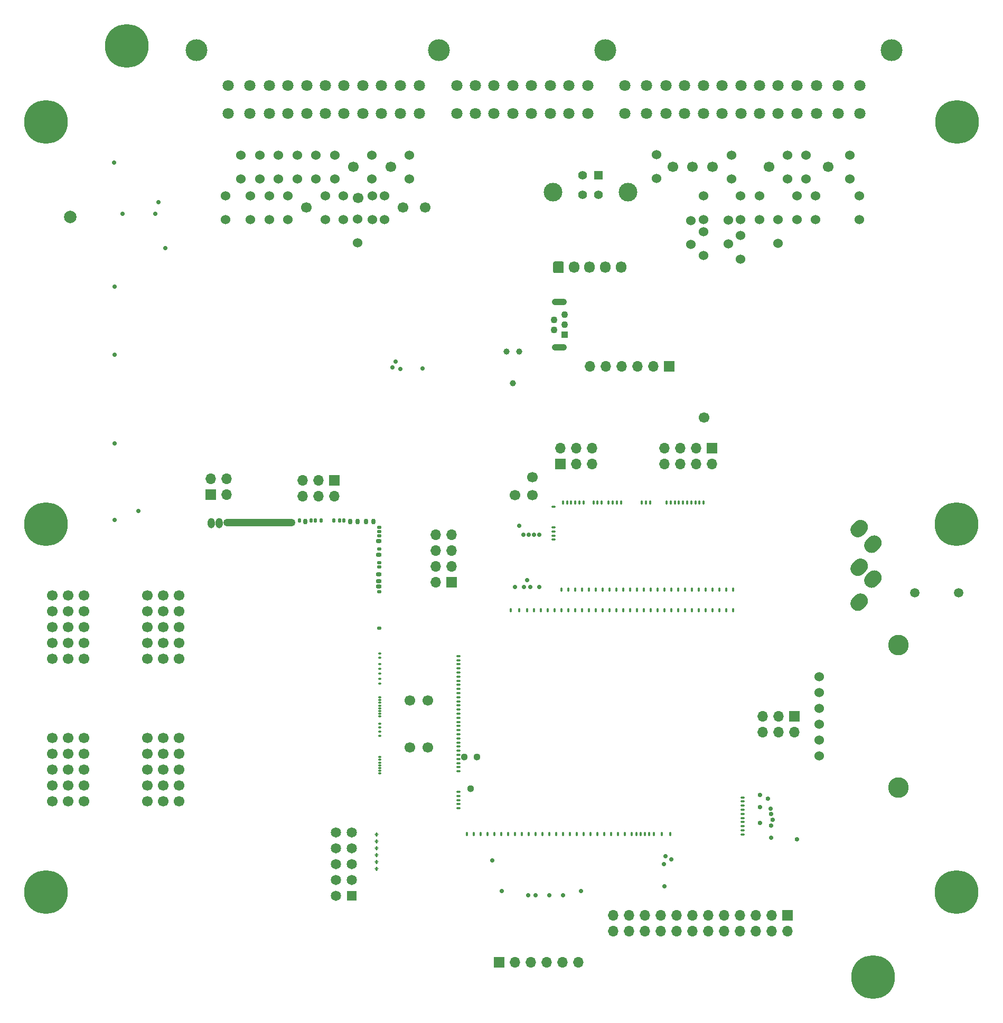
<source format=gbs>
G75*
G70*
%OFA0B0*%
%FSLAX25Y25*%
%IPPOS*%
%LPD*%
%AMOC8*
5,1,8,0,0,1.08239X$1,22.5*
%
%AMM175*
21,1,0.015350,0.009840,-0.000000,-0.000000,180.000000*
21,1,0.000000,0.025200,-0.000000,-0.000000,180.000000*
1,1,0.015350,0.000000,-0.004920*
1,1,0.015350,0.000000,-0.004920*
1,1,0.015350,0.000000,0.004920*
1,1,0.015350,0.000000,0.004920*
%
%AMM176*
21,1,0.015350,0.009840,-0.000000,-0.000000,270.000000*
21,1,0.000000,0.025200,-0.000000,-0.000000,270.000000*
1,1,0.015350,0.004920,0.000000*
1,1,0.015350,0.004920,0.000000*
1,1,0.015350,-0.004920,0.000000*
1,1,0.015350,-0.004920,0.000000*
%
%AMM255*
21,1,0.015350,0.009840,-0.000000,-0.000000,90.000000*
21,1,0.000000,0.025200,-0.000000,-0.000000,90.000000*
1,1,0.015350,-0.004920,0.000000*
1,1,0.015350,-0.004920,0.000000*
1,1,0.015350,0.004920,0.000000*
1,1,0.015350,0.004920,0.000000*
%
%AMM348*
21,1,0.015350,0.009840,-0.000000,0.000000,270.000000*
21,1,0.000000,0.025200,-0.000000,0.000000,270.000000*
1,1,0.015350,0.000000,0.004920*
1,1,0.015350,0.000000,0.004920*
1,1,0.015350,0.000000,-0.004920*
1,1,0.015350,0.000000,-0.004920*
%
%ADD130C,0.02362*%
%ADD135O,0.02913X0.02126*%
%ADD136C,0.13780*%
%ADD137O,0.04488X0.06457*%
%ADD144C,0.05512*%
%ADD159O,0.03701X0.02913*%
%ADD166O,0.03150X0.02362*%
%ADD172C,0.04331*%
%ADD189C,0.06693*%
%ADD190C,0.07874*%
%ADD191C,0.05906*%
%ADD192R,0.06693X0.06693*%
%ADD200C,0.11811*%
%ADD212O,0.03937X0.05906*%
%ADD219O,0.02913X0.03701*%
%ADD22O,0.44882X0.04331*%
%ADD229C,0.13000*%
%ADD231O,0.45433X0.04882*%
%ADD247C,0.27559*%
%ADD249R,0.06457X0.06457*%
%ADD250R,0.04331X0.04331*%
%ADD258O,0.06693X0.06693*%
%ADD289C,0.02913*%
%ADD293C,0.04451*%
%ADD30O,0.02126X0.02913*%
%ADD305O,0.01575X0.02362*%
%ADD313O,0.02362X0.03150*%
%ADD314O,0.06693X0.07283*%
%ADD316R,0.05512X0.05512*%
%ADD330O,0.02362X0.01575*%
%ADD346C,0.07087*%
%ADD351C,0.03900*%
%ADD383M175*%
%ADD384M176*%
%ADD473M255*%
%ADD581M348*%
%ADD69C,0.06457*%
%ADD78C,0.06000*%
%ADD85O,0.09449X0.04331*%
%ADD92O,0.02126X0.01339*%
%ADD97O,0.01575X0.00787*%
X0000000Y0000000D02*
%LPD*%
G01*
D130*
X0297507Y0092873D03*
X0303708Y0073562D03*
X0353724Y0073597D03*
X0320342Y0070924D03*
X0324968Y0070924D03*
X0333531Y0070924D03*
X0342291Y0070924D03*
D78*
X0203546Y0497618D03*
X0203546Y0512618D03*
D189*
X0245672Y0164192D03*
X0245672Y0193729D03*
X0233508Y0530709D03*
D192*
X0409252Y0404724D03*
D258*
X0399252Y0404724D03*
X0389252Y0404724D03*
X0379252Y0404724D03*
X0369252Y0404724D03*
X0359252Y0404724D03*
D192*
X0197844Y0332732D03*
D258*
X0197844Y0322732D03*
X0187844Y0332732D03*
X0187844Y0322732D03*
X0177844Y0332732D03*
X0177844Y0322732D03*
D189*
X0080000Y0220000D03*
X0080000Y0230000D03*
X0080000Y0240000D03*
X0080000Y0250000D03*
X0080000Y0260000D03*
X0090000Y0220000D03*
X0090000Y0230000D03*
X0090000Y0240000D03*
X0090000Y0250000D03*
X0090000Y0260000D03*
X0100000Y0220000D03*
X0100000Y0230000D03*
X0100000Y0240000D03*
X0100000Y0250000D03*
X0100000Y0260000D03*
D78*
X0454374Y0487382D03*
X0454374Y0472382D03*
X0144925Y0497618D03*
X0144925Y0512618D03*
D212*
X0120131Y0305660D03*
X0125076Y0305660D03*
D22*
X0150446Y0306152D03*
D305*
X0175840Y0307333D03*
D313*
X0179678Y0306940D03*
D305*
X0183103Y0307333D03*
X0185978Y0307333D03*
X0189500Y0307333D03*
X0197670Y0307333D03*
X0201213Y0307333D03*
X0204009Y0307333D03*
D313*
X0208025Y0306940D03*
X0212651Y0306940D03*
X0217966Y0306940D03*
X0222592Y0306940D03*
D330*
X0226135Y0303277D03*
X0226135Y0300542D03*
X0226135Y0297864D03*
D166*
X0225761Y0294636D03*
D330*
X0226135Y0289498D03*
D166*
X0225761Y0285680D03*
D330*
X0226135Y0280660D03*
X0226135Y0278101D03*
D166*
X0225761Y0273377D03*
X0225761Y0269144D03*
X0225761Y0265699D03*
D330*
X0226135Y0262451D03*
X0226135Y0239420D03*
D97*
X0226548Y0223455D03*
X0226548Y0220857D03*
X0226548Y0216684D03*
X0226548Y0213912D03*
X0226548Y0210762D03*
X0226548Y0207612D03*
X0226548Y0204479D03*
X0226548Y0195837D03*
X0226548Y0194105D03*
X0226548Y0192373D03*
X0226548Y0190640D03*
X0226548Y0188908D03*
X0226548Y0187176D03*
X0226548Y0185444D03*
X0226548Y0183711D03*
X0226548Y0179282D03*
X0226548Y0176684D03*
X0226548Y0174085D03*
X0226548Y0171487D03*
X0226548Y0158081D03*
X0226548Y0156349D03*
X0226548Y0154617D03*
X0226548Y0152885D03*
X0226548Y0151152D03*
X0226548Y0149420D03*
X0226548Y0147688D03*
D78*
X0162642Y0523209D03*
X0162642Y0538209D03*
X0430752Y0497598D03*
X0430752Y0512598D03*
D316*
X0364567Y0525591D03*
D144*
X0354724Y0525591D03*
X0354724Y0512992D03*
X0364567Y0512992D03*
D200*
X0383346Y0514921D03*
X0335945Y0514921D03*
D78*
X0422878Y0481654D03*
X0422878Y0496654D03*
X0186264Y0523209D03*
X0186264Y0538209D03*
X0129177Y0497618D03*
X0129177Y0512618D03*
D136*
X0369009Y0604624D03*
X0549519Y0604624D03*
X0110939Y0604624D03*
X0263889Y0604624D03*
D346*
X0130829Y0564464D03*
X0144599Y0564464D03*
X0156809Y0564464D03*
X0168619Y0564464D03*
X0180429Y0564464D03*
X0192239Y0564464D03*
X0204049Y0564464D03*
X0215859Y0564464D03*
X0227669Y0564464D03*
X0239479Y0564464D03*
X0251689Y0564464D03*
X0130829Y0582184D03*
X0144599Y0582184D03*
X0156809Y0582184D03*
X0168619Y0582184D03*
X0180429Y0582184D03*
X0192239Y0582184D03*
X0204049Y0582184D03*
X0215859Y0582184D03*
X0227669Y0582184D03*
X0239479Y0582184D03*
X0251689Y0582184D03*
X0275109Y0564464D03*
X0286919Y0564464D03*
X0298729Y0564464D03*
X0310539Y0564464D03*
X0322359Y0564464D03*
X0334169Y0564464D03*
X0345979Y0564464D03*
X0357789Y0564464D03*
X0275109Y0582184D03*
X0286919Y0582184D03*
X0298729Y0582184D03*
X0310539Y0582184D03*
X0322359Y0582184D03*
X0334169Y0582184D03*
X0345979Y0582184D03*
X0357789Y0582184D03*
X0381199Y0564464D03*
X0394979Y0564464D03*
X0407199Y0564464D03*
X0419009Y0564464D03*
X0430819Y0564464D03*
X0442629Y0564464D03*
X0454439Y0564464D03*
X0466249Y0564464D03*
X0478059Y0564464D03*
X0489869Y0564464D03*
X0502079Y0564464D03*
X0515859Y0564464D03*
X0529639Y0564464D03*
X0381199Y0582184D03*
X0394979Y0582184D03*
X0407199Y0582184D03*
X0419009Y0582184D03*
X0430819Y0582184D03*
X0442629Y0582184D03*
X0454439Y0582184D03*
X0466249Y0582184D03*
X0478059Y0582184D03*
X0489869Y0582184D03*
X0502079Y0582184D03*
X0515859Y0582184D03*
X0529639Y0582184D03*
D189*
X0411460Y0530689D03*
D247*
X0015748Y0559055D03*
D189*
X0509492Y0530689D03*
X0311814Y0323626D03*
D78*
X0483901Y0523189D03*
X0483901Y0538189D03*
D250*
X0343307Y0424803D03*
D172*
X0336417Y0427953D03*
X0343307Y0431102D03*
X0336417Y0434252D03*
X0343307Y0437402D03*
D85*
X0339862Y0416732D03*
X0339862Y0445472D03*
D192*
X0271769Y0268523D03*
D258*
X0261769Y0268523D03*
X0271769Y0278523D03*
X0261769Y0278523D03*
X0271769Y0288523D03*
X0261769Y0288523D03*
X0271769Y0298523D03*
X0261769Y0298523D03*
D192*
X0119990Y0323775D03*
D258*
X0119990Y0333775D03*
X0129990Y0323775D03*
X0129990Y0333775D03*
D189*
X0256736Y0193720D03*
D78*
X0466185Y0497598D03*
X0466185Y0512598D03*
D130*
X0234478Y0404211D03*
X0236545Y0407656D03*
X0239497Y0403030D03*
X0253474Y0403325D03*
D192*
X0340596Y0343311D03*
D258*
X0340596Y0353311D03*
X0350596Y0343311D03*
X0350596Y0353311D03*
X0360596Y0343311D03*
X0360596Y0353311D03*
D229*
X0553937Y0228681D03*
X0553937Y0138681D03*
D78*
X0503937Y0208681D03*
X0503937Y0198681D03*
X0503937Y0188681D03*
X0503937Y0178681D03*
X0503937Y0168681D03*
X0503937Y0158681D03*
X0495712Y0523189D03*
X0495712Y0538189D03*
D192*
X0436265Y0353311D03*
D258*
X0436265Y0343311D03*
X0426265Y0353311D03*
X0426265Y0343311D03*
X0416265Y0353311D03*
X0416265Y0343311D03*
X0406265Y0353311D03*
X0406265Y0343311D03*
D189*
X0020000Y0220000D03*
X0020000Y0230000D03*
X0020000Y0240000D03*
X0020000Y0250000D03*
X0020000Y0260000D03*
X0030000Y0220000D03*
X0030000Y0230000D03*
X0030000Y0240000D03*
X0030000Y0250000D03*
X0030000Y0260000D03*
X0040000Y0220000D03*
X0040000Y0230000D03*
X0040000Y0240000D03*
X0040000Y0250000D03*
X0040000Y0260000D03*
X0424057Y0530686D03*
D192*
X0301887Y0028366D03*
D258*
X0311887Y0028366D03*
X0321887Y0028366D03*
X0331887Y0028366D03*
X0341887Y0028366D03*
X0351887Y0028366D03*
D130*
X0407055Y0095465D03*
X0410499Y0093398D03*
X0405873Y0090446D03*
X0406169Y0076469D03*
D192*
X0488305Y0183877D03*
D258*
X0488305Y0173877D03*
X0478305Y0183877D03*
X0478305Y0173877D03*
X0468305Y0183877D03*
X0468305Y0173877D03*
D78*
X0221697Y0523209D03*
X0221697Y0538209D03*
D189*
X0212838Y0511027D03*
D78*
X0139020Y0523209D03*
X0139020Y0538209D03*
D247*
X0015748Y0072835D03*
G36*
G01*
X0224025Y0109602D02*
X0225009Y0109602D01*
G75*
G02*
X0225501Y0109110I0000000J-000492D01*
G01*
X0225501Y0109110D01*
G75*
G02*
X0225009Y0108618I-000492J0000000D01*
G01*
X0224025Y0108618D01*
G75*
G02*
X0223533Y0109110I0000000J0000492D01*
G01*
X0223533Y0109110D01*
G75*
G02*
X0224025Y0109602I0000492J0000000D01*
G01*
G37*
G36*
G01*
X0224025Y0105271D02*
X0225009Y0105271D01*
G75*
G02*
X0225501Y0104779I0000000J-000492D01*
G01*
X0225501Y0104779D01*
G75*
G02*
X0225009Y0104287I-000492J0000000D01*
G01*
X0224025Y0104287D01*
G75*
G02*
X0223533Y0104779I0000000J0000492D01*
G01*
X0223533Y0104779D01*
G75*
G02*
X0224025Y0105271I0000492J0000000D01*
G01*
G37*
G36*
G01*
X0224025Y0100940D02*
X0225009Y0100940D01*
G75*
G02*
X0225501Y0100448I0000000J-000492D01*
G01*
X0225501Y0100448D01*
G75*
G02*
X0225009Y0099956I-000492J0000000D01*
G01*
X0224025Y0099956D01*
G75*
G02*
X0223533Y0100448I0000000J0000492D01*
G01*
X0223533Y0100448D01*
G75*
G02*
X0224025Y0100940I0000492J0000000D01*
G01*
G37*
G36*
G01*
X0224025Y0096610D02*
X0225009Y0096610D01*
G75*
G02*
X0225501Y0096118I0000000J-000492D01*
G01*
X0225501Y0096118D01*
G75*
G02*
X0225009Y0095626I-000492J0000000D01*
G01*
X0224025Y0095626D01*
G75*
G02*
X0223533Y0096118I0000000J0000492D01*
G01*
X0223533Y0096118D01*
G75*
G02*
X0224025Y0096610I0000492J0000000D01*
G01*
G37*
G36*
G01*
X0224025Y0092279D02*
X0225009Y0092279D01*
G75*
G02*
X0225501Y0091787I0000000J-000492D01*
G01*
X0225501Y0091787D01*
G75*
G02*
X0225009Y0091295I-000492J0000000D01*
G01*
X0224025Y0091295D01*
G75*
G02*
X0223533Y0091787I0000000J0000492D01*
G01*
X0223533Y0091787D01*
G75*
G02*
X0224025Y0092279I0000492J0000000D01*
G01*
G37*
G36*
G01*
X0224025Y0087948D02*
X0225009Y0087948D01*
G75*
G02*
X0225501Y0087456I0000000J-000492D01*
G01*
X0225501Y0087456D01*
G75*
G02*
X0225009Y0086964I-000492J0000000D01*
G01*
X0224025Y0086964D01*
G75*
G02*
X0223533Y0087456I0000000J0000492D01*
G01*
X0223533Y0087456D01*
G75*
G02*
X0224025Y0087948I0000492J0000000D01*
G01*
G37*
D189*
X0322879Y0323626D03*
D247*
X0015748Y0305118D03*
D189*
X0436657Y0530689D03*
G36*
G01*
X0335673Y0295852D02*
X0336657Y0295852D01*
G75*
G02*
X0337149Y0295360I0000000J-000492D01*
G01*
X0337149Y0295360D01*
G75*
G02*
X0336657Y0294868I-000492J0000000D01*
G01*
X0335673Y0294868D01*
G75*
G02*
X0335181Y0295360I0000000J0000492D01*
G01*
X0335181Y0295360D01*
G75*
G02*
X0335673Y0295852I0000492J0000000D01*
G01*
G37*
G36*
G01*
X0335673Y0298451D02*
X0336657Y0298451D01*
G75*
G02*
X0337149Y0297959I0000000J-000492D01*
G01*
X0337149Y0297959D01*
G75*
G02*
X0336657Y0297466I-000492J0000000D01*
G01*
X0335673Y0297466D01*
G75*
G02*
X0335181Y0297959I0000000J0000492D01*
G01*
X0335181Y0297959D01*
G75*
G02*
X0335673Y0298451I0000492J0000000D01*
G01*
G37*
G36*
G01*
X0335673Y0301049D02*
X0336657Y0301049D01*
G75*
G02*
X0337149Y0300557I0000000J-000492D01*
G01*
X0337149Y0300557D01*
G75*
G02*
X0336657Y0300065I-000492J0000000D01*
G01*
X0335673Y0300065D01*
G75*
G02*
X0335181Y0300557I0000000J0000492D01*
G01*
X0335181Y0300557D01*
G75*
G02*
X0335673Y0301049I0000492J0000000D01*
G01*
G37*
G36*
G01*
X0335673Y0303648D02*
X0336657Y0303648D01*
G75*
G02*
X0337149Y0303155I0000000J-000492D01*
G01*
X0337149Y0303155D01*
G75*
G02*
X0336657Y0302663I-000492J0000000D01*
G01*
X0335673Y0302663D01*
G75*
G02*
X0335181Y0303155I0000000J0000492D01*
G01*
X0335181Y0303155D01*
G75*
G02*
X0335673Y0303648I0000492J0000000D01*
G01*
G37*
G36*
G01*
X0335673Y0316640D02*
X0336657Y0316640D01*
G75*
G02*
X0337149Y0316148I0000000J-000492D01*
G01*
X0337149Y0316148D01*
G75*
G02*
X0336657Y0315655I-000492J0000000D01*
G01*
X0335673Y0315655D01*
G75*
G02*
X0335181Y0316148I0000000J0000492D01*
G01*
X0335181Y0316148D01*
G75*
G02*
X0335673Y0316640I0000492J0000000D01*
G01*
G37*
G36*
G01*
X0448941Y0263495D02*
X0448941Y0264479D01*
G75*
G02*
X0449433Y0264971I0000492J0000000D01*
G01*
X0449433Y0264971D01*
G75*
G02*
X0449925Y0264479I0000000J-000492D01*
G01*
X0449925Y0263495D01*
G75*
G02*
X0449433Y0263003I-000492J0000000D01*
G01*
X0449433Y0263003D01*
G75*
G02*
X0448941Y0263495I0000000J0000492D01*
G01*
G37*
G36*
G01*
X0445594Y0264479D02*
X0445594Y0263495D01*
G75*
G02*
X0445102Y0263003I-000492J0000000D01*
G01*
X0445102Y0263003D01*
G75*
G02*
X0444610Y0263495I0000000J0000492D01*
G01*
X0444610Y0264479D01*
G75*
G02*
X0445102Y0264971I0000492J0000000D01*
G01*
X0445102Y0264971D01*
G75*
G02*
X0445594Y0264479I0000000J-000492D01*
G01*
G37*
G36*
G01*
X0441264Y0264479D02*
X0441264Y0263495D01*
G75*
G02*
X0440771Y0263003I-000492J0000000D01*
G01*
X0440771Y0263003D01*
G75*
G02*
X0440279Y0263495I0000000J0000492D01*
G01*
X0440279Y0264479D01*
G75*
G02*
X0440771Y0264971I0000492J0000000D01*
G01*
X0440771Y0264971D01*
G75*
G02*
X0441264Y0264479I0000000J-000492D01*
G01*
G37*
G36*
G01*
X0436933Y0264479D02*
X0436933Y0263495D01*
G75*
G02*
X0436441Y0263003I-000492J0000000D01*
G01*
X0436441Y0263003D01*
G75*
G02*
X0435949Y0263495I0000000J0000492D01*
G01*
X0435949Y0264479D01*
G75*
G02*
X0436441Y0264971I0000492J0000000D01*
G01*
X0436441Y0264971D01*
G75*
G02*
X0436933Y0264479I0000000J-000492D01*
G01*
G37*
G36*
G01*
X0432602Y0264479D02*
X0432602Y0263495D01*
G75*
G02*
X0432110Y0263003I-000492J0000000D01*
G01*
X0432110Y0263003D01*
G75*
G02*
X0431618Y0263495I0000000J0000492D01*
G01*
X0431618Y0264479D01*
G75*
G02*
X0432110Y0264971I0000492J0000000D01*
G01*
X0432110Y0264971D01*
G75*
G02*
X0432602Y0264479I0000000J-000492D01*
G01*
G37*
G36*
G01*
X0428272Y0264479D02*
X0428272Y0263495D01*
G75*
G02*
X0427779Y0263003I-000492J0000000D01*
G01*
X0427779Y0263003D01*
G75*
G02*
X0427287Y0263495I0000000J0000492D01*
G01*
X0427287Y0264479D01*
G75*
G02*
X0427779Y0264971I0000492J0000000D01*
G01*
X0427779Y0264971D01*
G75*
G02*
X0428272Y0264479I0000000J-000492D01*
G01*
G37*
G36*
G01*
X0423941Y0264479D02*
X0423941Y0263495D01*
G75*
G02*
X0423449Y0263003I-000492J0000000D01*
G01*
X0423449Y0263003D01*
G75*
G02*
X0422957Y0263495I0000000J0000492D01*
G01*
X0422957Y0264479D01*
G75*
G02*
X0423449Y0264971I0000492J0000000D01*
G01*
X0423449Y0264971D01*
G75*
G02*
X0423941Y0264479I0000000J-000492D01*
G01*
G37*
G36*
G01*
X0419610Y0264479D02*
X0419610Y0263495D01*
G75*
G02*
X0419118Y0263003I-000492J0000000D01*
G01*
X0419118Y0263003D01*
G75*
G02*
X0418626Y0263495I0000000J0000492D01*
G01*
X0418626Y0264479D01*
G75*
G02*
X0419118Y0264971I0000492J0000000D01*
G01*
X0419118Y0264971D01*
G75*
G02*
X0419610Y0264479I0000000J-000492D01*
G01*
G37*
G36*
G01*
X0415279Y0264479D02*
X0415279Y0263495D01*
G75*
G02*
X0414787Y0263003I-000492J0000000D01*
G01*
X0414787Y0263003D01*
G75*
G02*
X0414295Y0263495I0000000J0000492D01*
G01*
X0414295Y0264479D01*
G75*
G02*
X0414787Y0264971I0000492J0000000D01*
G01*
X0414787Y0264971D01*
G75*
G02*
X0415279Y0264479I0000000J-000492D01*
G01*
G37*
G36*
G01*
X0410949Y0264479D02*
X0410949Y0263495D01*
G75*
G02*
X0410457Y0263003I-000492J0000000D01*
G01*
X0410457Y0263003D01*
G75*
G02*
X0409964Y0263495I0000000J0000492D01*
G01*
X0409964Y0264479D01*
G75*
G02*
X0410457Y0264971I0000492J0000000D01*
G01*
X0410457Y0264971D01*
G75*
G02*
X0410949Y0264479I0000000J-000492D01*
G01*
G37*
G36*
G01*
X0406618Y0264479D02*
X0406618Y0263495D01*
G75*
G02*
X0406126Y0263003I-000492J0000000D01*
G01*
X0406126Y0263003D01*
G75*
G02*
X0405634Y0263495I0000000J0000492D01*
G01*
X0405634Y0264479D01*
G75*
G02*
X0406126Y0264971I0000492J0000000D01*
G01*
X0406126Y0264971D01*
G75*
G02*
X0406618Y0264479I0000000J-000492D01*
G01*
G37*
G36*
G01*
X0402287Y0264479D02*
X0402287Y0263495D01*
G75*
G02*
X0401795Y0263003I-000492J0000000D01*
G01*
X0401795Y0263003D01*
G75*
G02*
X0401303Y0263495I0000000J0000492D01*
G01*
X0401303Y0264479D01*
G75*
G02*
X0401795Y0264971I0000492J0000000D01*
G01*
X0401795Y0264971D01*
G75*
G02*
X0402287Y0264479I0000000J-000492D01*
G01*
G37*
G36*
G01*
X0397957Y0264479D02*
X0397957Y0263495D01*
G75*
G02*
X0397464Y0263003I-000492J0000000D01*
G01*
X0397464Y0263003D01*
G75*
G02*
X0396972Y0263495I0000000J0000492D01*
G01*
X0396972Y0264479D01*
G75*
G02*
X0397464Y0264971I0000492J0000000D01*
G01*
X0397464Y0264971D01*
G75*
G02*
X0397957Y0264479I0000000J-000492D01*
G01*
G37*
G36*
G01*
X0393626Y0264479D02*
X0393626Y0263495D01*
G75*
G02*
X0393134Y0263003I-000492J0000000D01*
G01*
X0393134Y0263003D01*
G75*
G02*
X0392642Y0263495I0000000J0000492D01*
G01*
X0392642Y0264479D01*
G75*
G02*
X0393134Y0264971I0000492J0000000D01*
G01*
X0393134Y0264971D01*
G75*
G02*
X0393626Y0264479I0000000J-000492D01*
G01*
G37*
G36*
G01*
X0389295Y0264479D02*
X0389295Y0263495D01*
G75*
G02*
X0388803Y0263003I-000492J0000000D01*
G01*
X0388803Y0263003D01*
G75*
G02*
X0388311Y0263495I0000000J0000492D01*
G01*
X0388311Y0264479D01*
G75*
G02*
X0388803Y0264971I0000492J0000000D01*
G01*
X0388803Y0264971D01*
G75*
G02*
X0389295Y0264479I0000000J-000492D01*
G01*
G37*
G36*
G01*
X0384965Y0264479D02*
X0384965Y0263495D01*
G75*
G02*
X0384472Y0263003I-000492J0000000D01*
G01*
X0384472Y0263003D01*
G75*
G02*
X0383980Y0263495I0000000J0000492D01*
G01*
X0383980Y0264479D01*
G75*
G02*
X0384472Y0264971I0000492J0000000D01*
G01*
X0384472Y0264971D01*
G75*
G02*
X0384965Y0264479I0000000J-000492D01*
G01*
G37*
G36*
G01*
X0380634Y0264479D02*
X0380634Y0263495D01*
G75*
G02*
X0380142Y0263003I-000492J0000000D01*
G01*
X0380142Y0263003D01*
G75*
G02*
X0379650Y0263495I0000000J0000492D01*
G01*
X0379650Y0264479D01*
G75*
G02*
X0380142Y0264971I0000492J0000000D01*
G01*
X0380142Y0264971D01*
G75*
G02*
X0380634Y0264479I0000000J-000492D01*
G01*
G37*
G36*
G01*
X0376303Y0264479D02*
X0376303Y0263495D01*
G75*
G02*
X0375811Y0263003I-000492J0000000D01*
G01*
X0375811Y0263003D01*
G75*
G02*
X0375319Y0263495I0000000J0000492D01*
G01*
X0375319Y0264479D01*
G75*
G02*
X0375811Y0264971I0000492J0000000D01*
G01*
X0375811Y0264971D01*
G75*
G02*
X0376303Y0264479I0000000J-000492D01*
G01*
G37*
G36*
G01*
X0371972Y0264479D02*
X0371972Y0263495D01*
G75*
G02*
X0371480Y0263003I-000492J0000000D01*
G01*
X0371480Y0263003D01*
G75*
G02*
X0370988Y0263495I0000000J0000492D01*
G01*
X0370988Y0264479D01*
G75*
G02*
X0371480Y0264971I0000492J0000000D01*
G01*
X0371480Y0264971D01*
G75*
G02*
X0371972Y0264479I0000000J-000492D01*
G01*
G37*
G36*
G01*
X0367642Y0264479D02*
X0367642Y0263495D01*
G75*
G02*
X0367150Y0263003I-000492J0000000D01*
G01*
X0367150Y0263003D01*
G75*
G02*
X0366657Y0263495I0000000J0000492D01*
G01*
X0366657Y0264479D01*
G75*
G02*
X0367150Y0264971I0000492J0000000D01*
G01*
X0367150Y0264971D01*
G75*
G02*
X0367642Y0264479I0000000J-000492D01*
G01*
G37*
G36*
G01*
X0363311Y0264479D02*
X0363311Y0263495D01*
G75*
G02*
X0362819Y0263003I-000492J0000000D01*
G01*
X0362819Y0263003D01*
G75*
G02*
X0362327Y0263495I0000000J0000492D01*
G01*
X0362327Y0264479D01*
G75*
G02*
X0362819Y0264971I0000492J0000000D01*
G01*
X0362819Y0264971D01*
G75*
G02*
X0363311Y0264479I0000000J-000492D01*
G01*
G37*
G36*
G01*
X0358980Y0264479D02*
X0358980Y0263495D01*
G75*
G02*
X0358488Y0263003I-000492J0000000D01*
G01*
X0358488Y0263003D01*
G75*
G02*
X0357996Y0263495I0000000J0000492D01*
G01*
X0357996Y0264479D01*
G75*
G02*
X0358488Y0264971I0000492J0000000D01*
G01*
X0358488Y0264971D01*
G75*
G02*
X0358980Y0264479I0000000J-000492D01*
G01*
G37*
G36*
G01*
X0354650Y0264479D02*
X0354650Y0263495D01*
G75*
G02*
X0354157Y0263003I-000492J0000000D01*
G01*
X0354157Y0263003D01*
G75*
G02*
X0353665Y0263495I0000000J0000492D01*
G01*
X0353665Y0264479D01*
G75*
G02*
X0354157Y0264971I0000492J0000000D01*
G01*
X0354157Y0264971D01*
G75*
G02*
X0354650Y0264479I0000000J-000492D01*
G01*
G37*
G36*
G01*
X0350319Y0264479D02*
X0350319Y0263495D01*
G75*
G02*
X0349827Y0263003I-000492J0000000D01*
G01*
X0349827Y0263003D01*
G75*
G02*
X0349335Y0263495I0000000J0000492D01*
G01*
X0349335Y0264479D01*
G75*
G02*
X0349827Y0264971I0000492J0000000D01*
G01*
X0349827Y0264971D01*
G75*
G02*
X0350319Y0264479I0000000J-000492D01*
G01*
G37*
G36*
G01*
X0345988Y0264479D02*
X0345988Y0263495D01*
G75*
G02*
X0345496Y0263003I-000492J0000000D01*
G01*
X0345496Y0263003D01*
G75*
G02*
X0345004Y0263495I0000000J0000492D01*
G01*
X0345004Y0264479D01*
G75*
G02*
X0345496Y0264971I0000492J0000000D01*
G01*
X0345496Y0264971D01*
G75*
G02*
X0345988Y0264479I0000000J-000492D01*
G01*
G37*
G36*
G01*
X0341658Y0264479D02*
X0341658Y0263495D01*
G75*
G02*
X0341165Y0263003I-000492J0000000D01*
G01*
X0341165Y0263003D01*
G75*
G02*
X0340673Y0263495I0000000J0000492D01*
G01*
X0340673Y0264479D01*
G75*
G02*
X0341165Y0264971I0000492J0000000D01*
G01*
X0341165Y0264971D01*
G75*
G02*
X0341658Y0264479I0000000J-000492D01*
G01*
G37*
G36*
G01*
X0342645Y0319448D02*
X0342645Y0318463D01*
G75*
G02*
X0342153Y0317971I-000492J0000000D01*
G01*
X0342153Y0317971D01*
G75*
G02*
X0341661Y0318463I0000000J0000492D01*
G01*
X0341661Y0319448D01*
G75*
G02*
X0342153Y0319940I0000492J0000000D01*
G01*
X0342153Y0319940D01*
G75*
G02*
X0342645Y0319448I0000000J-000492D01*
G01*
G37*
G36*
G01*
X0345244Y0319448D02*
X0345244Y0318463D01*
G75*
G02*
X0344752Y0317971I-000492J0000000D01*
G01*
X0344752Y0317971D01*
G75*
G02*
X0344260Y0318463I0000000J0000492D01*
G01*
X0344260Y0319448D01*
G75*
G02*
X0344752Y0319940I0000492J0000000D01*
G01*
X0344752Y0319940D01*
G75*
G02*
X0345244Y0319448I0000000J-000492D01*
G01*
G37*
G36*
G01*
X0347842Y0319448D02*
X0347842Y0318463D01*
G75*
G02*
X0347350Y0317971I-000492J0000000D01*
G01*
X0347350Y0317971D01*
G75*
G02*
X0346858Y0318463I0000000J0000492D01*
G01*
X0346858Y0319448D01*
G75*
G02*
X0347350Y0319940I0000492J0000000D01*
G01*
X0347350Y0319940D01*
G75*
G02*
X0347842Y0319448I0000000J-000492D01*
G01*
G37*
G36*
G01*
X0350441Y0319448D02*
X0350441Y0318463D01*
G75*
G02*
X0349949Y0317971I-000492J0000000D01*
G01*
X0349949Y0317971D01*
G75*
G02*
X0349457Y0318463I0000000J0000492D01*
G01*
X0349457Y0319448D01*
G75*
G02*
X0349949Y0319940I0000492J0000000D01*
G01*
X0349949Y0319940D01*
G75*
G02*
X0350441Y0319448I0000000J-000492D01*
G01*
G37*
G36*
G01*
X0353039Y0319448D02*
X0353039Y0318463D01*
G75*
G02*
X0352547Y0317971I-000492J0000000D01*
G01*
X0352547Y0317971D01*
G75*
G02*
X0352055Y0318463I0000000J0000492D01*
G01*
X0352055Y0319448D01*
G75*
G02*
X0352547Y0319940I0000492J0000000D01*
G01*
X0352547Y0319940D01*
G75*
G02*
X0353039Y0319448I0000000J-000492D01*
G01*
G37*
G36*
G01*
X0355638Y0319448D02*
X0355638Y0318463D01*
G75*
G02*
X0355146Y0317971I-000492J0000000D01*
G01*
X0355146Y0317971D01*
G75*
G02*
X0354653Y0318463I0000000J0000492D01*
G01*
X0354653Y0319448D01*
G75*
G02*
X0355146Y0319940I0000492J0000000D01*
G01*
X0355146Y0319940D01*
G75*
G02*
X0355638Y0319448I0000000J-000492D01*
G01*
G37*
G36*
G01*
X0361941Y0319448D02*
X0361941Y0318463D01*
G75*
G02*
X0361449Y0317971I-000492J0000000D01*
G01*
X0361449Y0317971D01*
G75*
G02*
X0360957Y0318463I0000000J0000492D01*
G01*
X0360957Y0319448D01*
G75*
G02*
X0361449Y0319940I0000492J0000000D01*
G01*
X0361449Y0319940D01*
G75*
G02*
X0361941Y0319448I0000000J-000492D01*
G01*
G37*
G36*
G01*
X0364539Y0319448D02*
X0364539Y0318463D01*
G75*
G02*
X0364047Y0317971I-000492J0000000D01*
G01*
X0364047Y0317971D01*
G75*
G02*
X0363555Y0318463I0000000J0000492D01*
G01*
X0363555Y0319448D01*
G75*
G02*
X0364047Y0319940I0000492J0000000D01*
G01*
X0364047Y0319940D01*
G75*
G02*
X0364539Y0319448I0000000J-000492D01*
G01*
G37*
G36*
G01*
X0367138Y0319448D02*
X0367138Y0318463D01*
G75*
G02*
X0366646Y0317971I-000492J0000000D01*
G01*
X0366646Y0317971D01*
G75*
G02*
X0366153Y0318463I0000000J0000492D01*
G01*
X0366153Y0319448D01*
G75*
G02*
X0366646Y0319940I0000492J0000000D01*
G01*
X0366646Y0319940D01*
G75*
G02*
X0367138Y0319448I0000000J-000492D01*
G01*
G37*
G36*
G01*
X0371551Y0319448D02*
X0371551Y0318463D01*
G75*
G02*
X0371058Y0317971I-000492J0000000D01*
G01*
X0371058Y0317971D01*
G75*
G02*
X0370566Y0318463I0000000J0000492D01*
G01*
X0370566Y0319448D01*
G75*
G02*
X0371058Y0319940I0000492J0000000D01*
G01*
X0371058Y0319940D01*
G75*
G02*
X0371551Y0319448I0000000J-000492D01*
G01*
G37*
G36*
G01*
X0374149Y0319448D02*
X0374149Y0318463D01*
G75*
G02*
X0373657Y0317971I-000492J0000000D01*
G01*
X0373657Y0317971D01*
G75*
G02*
X0373165Y0318463I0000000J0000492D01*
G01*
X0373165Y0319448D01*
G75*
G02*
X0373657Y0319940I0000492J0000000D01*
G01*
X0373657Y0319940D01*
G75*
G02*
X0374149Y0319448I0000000J-000492D01*
G01*
G37*
G36*
G01*
X0376747Y0319448D02*
X0376747Y0318463D01*
G75*
G02*
X0376255Y0317971I-000492J0000000D01*
G01*
X0376255Y0317971D01*
G75*
G02*
X0375763Y0318463I0000000J0000492D01*
G01*
X0375763Y0319448D01*
G75*
G02*
X0376255Y0319940I0000492J0000000D01*
G01*
X0376255Y0319940D01*
G75*
G02*
X0376747Y0319448I0000000J-000492D01*
G01*
G37*
G36*
G01*
X0379346Y0319448D02*
X0379346Y0318463D01*
G75*
G02*
X0378854Y0317971I-000492J0000000D01*
G01*
X0378854Y0317971D01*
G75*
G02*
X0378362Y0318463I0000000J0000492D01*
G01*
X0378362Y0319448D01*
G75*
G02*
X0378854Y0319940I0000492J0000000D01*
G01*
X0378854Y0319940D01*
G75*
G02*
X0379346Y0319448I0000000J-000492D01*
G01*
G37*
G36*
G01*
X0392441Y0319448D02*
X0392441Y0318463D01*
G75*
G02*
X0391949Y0317971I-000492J0000000D01*
G01*
X0391949Y0317971D01*
G75*
G02*
X0391457Y0318463I0000000J0000492D01*
G01*
X0391457Y0319448D01*
G75*
G02*
X0391949Y0319940I0000492J0000000D01*
G01*
X0391949Y0319940D01*
G75*
G02*
X0392441Y0319448I0000000J-000492D01*
G01*
G37*
G36*
G01*
X0395039Y0319448D02*
X0395039Y0318463D01*
G75*
G02*
X0394547Y0317971I-000492J0000000D01*
G01*
X0394547Y0317971D01*
G75*
G02*
X0394055Y0318463I0000000J0000492D01*
G01*
X0394055Y0319448D01*
G75*
G02*
X0394547Y0319940I0000492J0000000D01*
G01*
X0394547Y0319940D01*
G75*
G02*
X0395039Y0319448I0000000J-000492D01*
G01*
G37*
G36*
G01*
X0397638Y0319448D02*
X0397638Y0318463D01*
G75*
G02*
X0397146Y0317971I-000492J0000000D01*
G01*
X0397146Y0317971D01*
G75*
G02*
X0396653Y0318463I0000000J0000492D01*
G01*
X0396653Y0319448D01*
G75*
G02*
X0397146Y0319940I0000492J0000000D01*
G01*
X0397146Y0319940D01*
G75*
G02*
X0397638Y0319448I0000000J-000492D01*
G01*
G37*
G36*
G01*
X0408055Y0319448D02*
X0408055Y0318463D01*
G75*
G02*
X0407563Y0317971I-000492J0000000D01*
G01*
X0407563Y0317971D01*
G75*
G02*
X0407071Y0318463I0000000J0000492D01*
G01*
X0407071Y0319448D01*
G75*
G02*
X0407563Y0319940I0000492J0000000D01*
G01*
X0407563Y0319940D01*
G75*
G02*
X0408055Y0319448I0000000J-000492D01*
G01*
G37*
G36*
G01*
X0410653Y0319448D02*
X0410653Y0318463D01*
G75*
G02*
X0410161Y0317971I-000492J0000000D01*
G01*
X0410161Y0317971D01*
G75*
G02*
X0409669Y0318463I0000000J0000492D01*
G01*
X0409669Y0319448D01*
G75*
G02*
X0410161Y0319940I0000492J0000000D01*
G01*
X0410161Y0319940D01*
G75*
G02*
X0410653Y0319448I0000000J-000492D01*
G01*
G37*
G36*
G01*
X0413252Y0319448D02*
X0413252Y0318463D01*
G75*
G02*
X0412760Y0317971I-000492J0000000D01*
G01*
X0412760Y0317971D01*
G75*
G02*
X0412268Y0318463I0000000J0000492D01*
G01*
X0412268Y0319448D01*
G75*
G02*
X0412760Y0319940I0000492J0000000D01*
G01*
X0412760Y0319940D01*
G75*
G02*
X0413252Y0319448I0000000J-000492D01*
G01*
G37*
G36*
G01*
X0415850Y0319448D02*
X0415850Y0318463D01*
G75*
G02*
X0415358Y0317971I-000492J0000000D01*
G01*
X0415358Y0317971D01*
G75*
G02*
X0414866Y0318463I0000000J0000492D01*
G01*
X0414866Y0319448D01*
G75*
G02*
X0415358Y0319940I0000492J0000000D01*
G01*
X0415358Y0319940D01*
G75*
G02*
X0415850Y0319448I0000000J-000492D01*
G01*
G37*
G36*
G01*
X0418449Y0319448D02*
X0418449Y0318463D01*
G75*
G02*
X0417957Y0317971I-000492J0000000D01*
G01*
X0417957Y0317971D01*
G75*
G02*
X0417464Y0318463I0000000J0000492D01*
G01*
X0417464Y0319448D01*
G75*
G02*
X0417957Y0319940I0000492J0000000D01*
G01*
X0417957Y0319940D01*
G75*
G02*
X0418449Y0319448I0000000J-000492D01*
G01*
G37*
G36*
G01*
X0421047Y0319448D02*
X0421047Y0318463D01*
G75*
G02*
X0420555Y0317971I-000492J0000000D01*
G01*
X0420555Y0317971D01*
G75*
G02*
X0420063Y0318463I0000000J0000492D01*
G01*
X0420063Y0319448D01*
G75*
G02*
X0420555Y0319940I0000492J0000000D01*
G01*
X0420555Y0319940D01*
G75*
G02*
X0421047Y0319448I0000000J-000492D01*
G01*
G37*
G36*
G01*
X0423645Y0319448D02*
X0423645Y0318463D01*
G75*
G02*
X0423153Y0317971I-000492J0000000D01*
G01*
X0423153Y0317971D01*
G75*
G02*
X0422661Y0318463I0000000J0000492D01*
G01*
X0422661Y0319448D01*
G75*
G02*
X0423153Y0319940I0000492J0000000D01*
G01*
X0423153Y0319940D01*
G75*
G02*
X0423645Y0319448I0000000J-000492D01*
G01*
G37*
G36*
G01*
X0426244Y0319448D02*
X0426244Y0318463D01*
G75*
G02*
X0425752Y0317971I-000492J0000000D01*
G01*
X0425752Y0317971D01*
G75*
G02*
X0425260Y0318463I0000000J0000492D01*
G01*
X0425260Y0319448D01*
G75*
G02*
X0425752Y0319940I0000492J0000000D01*
G01*
X0425752Y0319940D01*
G75*
G02*
X0426244Y0319448I0000000J-000492D01*
G01*
G37*
G36*
G01*
X0428842Y0319448D02*
X0428842Y0318463D01*
G75*
G02*
X0428350Y0317971I-000492J0000000D01*
G01*
X0428350Y0317971D01*
G75*
G02*
X0427858Y0318463I0000000J0000492D01*
G01*
X0427858Y0319448D01*
G75*
G02*
X0428350Y0319940I0000492J0000000D01*
G01*
X0428350Y0319940D01*
G75*
G02*
X0428842Y0319448I0000000J-000492D01*
G01*
G37*
G36*
G01*
X0431441Y0319448D02*
X0431441Y0318463D01*
G75*
G02*
X0430949Y0317971I-000492J0000000D01*
G01*
X0430949Y0317971D01*
G75*
G02*
X0430457Y0318463I0000000J0000492D01*
G01*
X0430457Y0319448D01*
G75*
G02*
X0430949Y0319940I0000492J0000000D01*
G01*
X0430949Y0319940D01*
G75*
G02*
X0431441Y0319448I0000000J-000492D01*
G01*
G37*
D191*
X0564350Y0261811D03*
X0591909Y0261811D03*
D78*
X0150831Y0523209D03*
X0150831Y0538209D03*
X0477953Y0482461D03*
X0477953Y0497461D03*
X0489807Y0497598D03*
X0489807Y0512598D03*
G36*
G01*
X0275747Y0126215D02*
X0276732Y0126215D01*
G75*
G02*
X0277224Y0125722I0000000J-000492D01*
G01*
X0277224Y0125722D01*
G75*
G02*
X0276732Y0125230I-000492J0000000D01*
G01*
X0275747Y0125230D01*
G75*
G02*
X0275255Y0125722I0000000J0000492D01*
G01*
X0275255Y0125722D01*
G75*
G02*
X0275747Y0126215I0000492J0000000D01*
G01*
G37*
G36*
G01*
X0276732Y0127829D02*
X0275747Y0127829D01*
G75*
G02*
X0275255Y0128321I0000000J0000492D01*
G01*
X0275255Y0128321D01*
G75*
G02*
X0275747Y0128813I0000492J0000000D01*
G01*
X0276732Y0128813D01*
G75*
G02*
X0277224Y0128321I0000000J-000492D01*
G01*
X0277224Y0128321D01*
G75*
G02*
X0276732Y0127829I-000492J0000000D01*
G01*
G37*
G36*
G01*
X0276732Y0130427D02*
X0275747Y0130427D01*
G75*
G02*
X0275255Y0130919I0000000J0000492D01*
G01*
X0275255Y0130919D01*
G75*
G02*
X0275747Y0131411I0000492J0000000D01*
G01*
X0276732Y0131411D01*
G75*
G02*
X0277224Y0130919I0000000J-000492D01*
G01*
X0277224Y0130919D01*
G75*
G02*
X0276732Y0130427I-000492J0000000D01*
G01*
G37*
G36*
G01*
X0276732Y0133026D02*
X0275747Y0133026D01*
G75*
G02*
X0275255Y0133518I0000000J0000492D01*
G01*
X0275255Y0133518D01*
G75*
G02*
X0275747Y0134010I0000492J0000000D01*
G01*
X0276732Y0134010D01*
G75*
G02*
X0277224Y0133518I0000000J-000492D01*
G01*
X0277224Y0133518D01*
G75*
G02*
X0276732Y0133026I-000492J0000000D01*
G01*
G37*
G36*
G01*
X0276732Y0135624D02*
X0275747Y0135624D01*
G75*
G02*
X0275255Y0136116I0000000J0000492D01*
G01*
X0275255Y0136116D01*
G75*
G02*
X0275747Y0136608I0000492J0000000D01*
G01*
X0276732Y0136608D01*
G75*
G02*
X0277224Y0136116I0000000J-000492D01*
G01*
X0277224Y0136116D01*
G75*
G02*
X0276732Y0135624I-000492J0000000D01*
G01*
G37*
G36*
G01*
X0276732Y0148616D02*
X0275747Y0148616D01*
G75*
G02*
X0275255Y0149108I0000000J0000492D01*
G01*
X0275255Y0149108D01*
G75*
G02*
X0275747Y0149600I0000492J0000000D01*
G01*
X0276732Y0149600D01*
G75*
G02*
X0277224Y0149108I0000000J-000492D01*
G01*
X0277224Y0149108D01*
G75*
G02*
X0276732Y0148616I-000492J0000000D01*
G01*
G37*
G36*
G01*
X0276732Y0151215D02*
X0275747Y0151215D01*
G75*
G02*
X0275255Y0151707I0000000J0000492D01*
G01*
X0275255Y0151707D01*
G75*
G02*
X0275747Y0152199I0000492J0000000D01*
G01*
X0276732Y0152199D01*
G75*
G02*
X0277224Y0151707I0000000J-000492D01*
G01*
X0277224Y0151707D01*
G75*
G02*
X0276732Y0151215I-000492J0000000D01*
G01*
G37*
G36*
G01*
X0276732Y0153813D02*
X0275747Y0153813D01*
G75*
G02*
X0275255Y0154305I0000000J0000492D01*
G01*
X0275255Y0154305D01*
G75*
G02*
X0275747Y0154797I0000492J0000000D01*
G01*
X0276732Y0154797D01*
G75*
G02*
X0277224Y0154305I0000000J-000492D01*
G01*
X0277224Y0154305D01*
G75*
G02*
X0276732Y0153813I-000492J0000000D01*
G01*
G37*
G36*
G01*
X0276732Y0156411D02*
X0275747Y0156411D01*
G75*
G02*
X0275255Y0156904I0000000J0000492D01*
G01*
X0275255Y0156904D01*
G75*
G02*
X0275747Y0157396I0000492J0000000D01*
G01*
X0276732Y0157396D01*
G75*
G02*
X0277224Y0156904I0000000J-000492D01*
G01*
X0277224Y0156904D01*
G75*
G02*
X0276732Y0156411I-000492J0000000D01*
G01*
G37*
G36*
G01*
X0276732Y0159010D02*
X0275747Y0159010D01*
G75*
G02*
X0275255Y0159502I0000000J0000492D01*
G01*
X0275255Y0159502D01*
G75*
G02*
X0275747Y0159994I0000492J0000000D01*
G01*
X0276732Y0159994D01*
G75*
G02*
X0277224Y0159502I0000000J-000492D01*
G01*
X0277224Y0159502D01*
G75*
G02*
X0276732Y0159010I-000492J0000000D01*
G01*
G37*
G36*
G01*
X0276732Y0161608D02*
X0275747Y0161608D01*
G75*
G02*
X0275255Y0162100I0000000J0000492D01*
G01*
X0275255Y0162100D01*
G75*
G02*
X0275747Y0162593I0000492J0000000D01*
G01*
X0276732Y0162593D01*
G75*
G02*
X0277224Y0162100I0000000J-000492D01*
G01*
X0277224Y0162100D01*
G75*
G02*
X0276732Y0161608I-000492J0000000D01*
G01*
G37*
G36*
G01*
X0276732Y0164207D02*
X0275747Y0164207D01*
G75*
G02*
X0275255Y0164699I0000000J0000492D01*
G01*
X0275255Y0164699D01*
G75*
G02*
X0275747Y0165191I0000492J0000000D01*
G01*
X0276732Y0165191D01*
G75*
G02*
X0277224Y0164699I0000000J-000492D01*
G01*
X0277224Y0164699D01*
G75*
G02*
X0276732Y0164207I-000492J0000000D01*
G01*
G37*
G36*
G01*
X0276732Y0166805D02*
X0275747Y0166805D01*
G75*
G02*
X0275255Y0167297I0000000J0000492D01*
G01*
X0275255Y0167297D01*
G75*
G02*
X0275747Y0167789I0000492J0000000D01*
G01*
X0276732Y0167789D01*
G75*
G02*
X0277224Y0167297I0000000J-000492D01*
G01*
X0277224Y0167297D01*
G75*
G02*
X0276732Y0166805I-000492J0000000D01*
G01*
G37*
G36*
G01*
X0276732Y0169404D02*
X0275747Y0169404D01*
G75*
G02*
X0275255Y0169896I0000000J0000492D01*
G01*
X0275255Y0169896D01*
G75*
G02*
X0275747Y0170388I0000492J0000000D01*
G01*
X0276732Y0170388D01*
G75*
G02*
X0277224Y0169896I0000000J-000492D01*
G01*
X0277224Y0169896D01*
G75*
G02*
X0276732Y0169404I-000492J0000000D01*
G01*
G37*
G36*
G01*
X0276732Y0172002D02*
X0275747Y0172002D01*
G75*
G02*
X0275255Y0172494I0000000J0000492D01*
G01*
X0275255Y0172494D01*
G75*
G02*
X0275747Y0172986I0000492J0000000D01*
G01*
X0276732Y0172986D01*
G75*
G02*
X0277224Y0172494I0000000J-000492D01*
G01*
X0277224Y0172494D01*
G75*
G02*
X0276732Y0172002I-000492J0000000D01*
G01*
G37*
G36*
G01*
X0276732Y0174600D02*
X0275747Y0174600D01*
G75*
G02*
X0275255Y0175093I0000000J0000492D01*
G01*
X0275255Y0175093D01*
G75*
G02*
X0275747Y0175585I0000492J0000000D01*
G01*
X0276732Y0175585D01*
G75*
G02*
X0277224Y0175093I0000000J-000492D01*
G01*
X0277224Y0175093D01*
G75*
G02*
X0276732Y0174600I-000492J0000000D01*
G01*
G37*
G36*
G01*
X0276732Y0177199D02*
X0275747Y0177199D01*
G75*
G02*
X0275255Y0177691I0000000J0000492D01*
G01*
X0275255Y0177691D01*
G75*
G02*
X0275747Y0178183I0000492J0000000D01*
G01*
X0276732Y0178183D01*
G75*
G02*
X0277224Y0177691I0000000J-000492D01*
G01*
X0277224Y0177691D01*
G75*
G02*
X0276732Y0177199I-000492J0000000D01*
G01*
G37*
G36*
G01*
X0276732Y0179797D02*
X0275747Y0179797D01*
G75*
G02*
X0275255Y0180289I0000000J0000492D01*
G01*
X0275255Y0180289D01*
G75*
G02*
X0275747Y0180782I0000492J0000000D01*
G01*
X0276732Y0180782D01*
G75*
G02*
X0277224Y0180289I0000000J-000492D01*
G01*
X0277224Y0180289D01*
G75*
G02*
X0276732Y0179797I-000492J0000000D01*
G01*
G37*
G36*
G01*
X0276732Y0182396D02*
X0275747Y0182396D01*
G75*
G02*
X0275255Y0182888I0000000J0000492D01*
G01*
X0275255Y0182888D01*
G75*
G02*
X0275747Y0183380I0000492J0000000D01*
G01*
X0276732Y0183380D01*
G75*
G02*
X0277224Y0182888I0000000J-000492D01*
G01*
X0277224Y0182888D01*
G75*
G02*
X0276732Y0182396I-000492J0000000D01*
G01*
G37*
G36*
G01*
X0276732Y0184994D02*
X0275747Y0184994D01*
G75*
G02*
X0275255Y0185486I0000000J0000492D01*
G01*
X0275255Y0185486D01*
G75*
G02*
X0275747Y0185978I0000492J0000000D01*
G01*
X0276732Y0185978D01*
G75*
G02*
X0277224Y0185486I0000000J-000492D01*
G01*
X0277224Y0185486D01*
G75*
G02*
X0276732Y0184994I-000492J0000000D01*
G01*
G37*
G36*
G01*
X0276732Y0187593D02*
X0275747Y0187593D01*
G75*
G02*
X0275255Y0188085I0000000J0000492D01*
G01*
X0275255Y0188085D01*
G75*
G02*
X0275747Y0188577I0000492J0000000D01*
G01*
X0276732Y0188577D01*
G75*
G02*
X0277224Y0188085I0000000J-000492D01*
G01*
X0277224Y0188085D01*
G75*
G02*
X0276732Y0187593I-000492J0000000D01*
G01*
G37*
G36*
G01*
X0276732Y0190191D02*
X0275747Y0190191D01*
G75*
G02*
X0275255Y0190683I0000000J0000492D01*
G01*
X0275255Y0190683D01*
G75*
G02*
X0275747Y0191175I0000492J0000000D01*
G01*
X0276732Y0191175D01*
G75*
G02*
X0277224Y0190683I0000000J-000492D01*
G01*
X0277224Y0190683D01*
G75*
G02*
X0276732Y0190191I-000492J0000000D01*
G01*
G37*
G36*
G01*
X0276732Y0192789D02*
X0275747Y0192789D01*
G75*
G02*
X0275255Y0193282I0000000J0000492D01*
G01*
X0275255Y0193282D01*
G75*
G02*
X0275747Y0193774I0000492J0000000D01*
G01*
X0276732Y0193774D01*
G75*
G02*
X0277224Y0193282I0000000J-000492D01*
G01*
X0277224Y0193282D01*
G75*
G02*
X0276732Y0192789I-000492J0000000D01*
G01*
G37*
G36*
G01*
X0276732Y0195388D02*
X0275747Y0195388D01*
G75*
G02*
X0275255Y0195880I0000000J0000492D01*
G01*
X0275255Y0195880D01*
G75*
G02*
X0275747Y0196372I0000492J0000000D01*
G01*
X0276732Y0196372D01*
G75*
G02*
X0277224Y0195880I0000000J-000492D01*
G01*
X0277224Y0195880D01*
G75*
G02*
X0276732Y0195388I-000492J0000000D01*
G01*
G37*
G36*
G01*
X0276732Y0197986D02*
X0275747Y0197986D01*
G75*
G02*
X0275255Y0198478I0000000J0000492D01*
G01*
X0275255Y0198478D01*
G75*
G02*
X0275747Y0198971I0000492J0000000D01*
G01*
X0276732Y0198971D01*
G75*
G02*
X0277224Y0198478I0000000J-000492D01*
G01*
X0277224Y0198478D01*
G75*
G02*
X0276732Y0197986I-000492J0000000D01*
G01*
G37*
G36*
G01*
X0276732Y0200585D02*
X0275747Y0200585D01*
G75*
G02*
X0275255Y0201077I0000000J0000492D01*
G01*
X0275255Y0201077D01*
G75*
G02*
X0275747Y0201569I0000492J0000000D01*
G01*
X0276732Y0201569D01*
G75*
G02*
X0277224Y0201077I0000000J-000492D01*
G01*
X0277224Y0201077D01*
G75*
G02*
X0276732Y0200585I-000492J0000000D01*
G01*
G37*
G36*
G01*
X0276732Y0203183D02*
X0275747Y0203183D01*
G75*
G02*
X0275255Y0203675I0000000J0000492D01*
G01*
X0275255Y0203675D01*
G75*
G02*
X0275747Y0204167I0000492J0000000D01*
G01*
X0276732Y0204167D01*
G75*
G02*
X0277224Y0203675I0000000J-000492D01*
G01*
X0277224Y0203675D01*
G75*
G02*
X0276732Y0203183I-000492J0000000D01*
G01*
G37*
G36*
G01*
X0276732Y0205782D02*
X0275747Y0205782D01*
G75*
G02*
X0275255Y0206274I0000000J0000492D01*
G01*
X0275255Y0206274D01*
G75*
G02*
X0275747Y0206766I0000492J0000000D01*
G01*
X0276732Y0206766D01*
G75*
G02*
X0277224Y0206274I0000000J-000492D01*
G01*
X0277224Y0206274D01*
G75*
G02*
X0276732Y0205782I-000492J0000000D01*
G01*
G37*
G36*
G01*
X0276732Y0208380D02*
X0275747Y0208380D01*
G75*
G02*
X0275255Y0208872I0000000J0000492D01*
G01*
X0275255Y0208872D01*
G75*
G02*
X0275747Y0209364I0000492J0000000D01*
G01*
X0276732Y0209364D01*
G75*
G02*
X0277224Y0208872I0000000J-000492D01*
G01*
X0277224Y0208872D01*
G75*
G02*
X0276732Y0208380I-000492J0000000D01*
G01*
G37*
G36*
G01*
X0276732Y0210978D02*
X0275747Y0210978D01*
G75*
G02*
X0275255Y0211471I0000000J0000492D01*
G01*
X0275255Y0211471D01*
G75*
G02*
X0275747Y0211963I0000492J0000000D01*
G01*
X0276732Y0211963D01*
G75*
G02*
X0277224Y0211471I0000000J-000492D01*
G01*
X0277224Y0211471D01*
G75*
G02*
X0276732Y0210978I-000492J0000000D01*
G01*
G37*
G36*
G01*
X0276732Y0213577D02*
X0275747Y0213577D01*
G75*
G02*
X0275255Y0214069I0000000J0000492D01*
G01*
X0275255Y0214069D01*
G75*
G02*
X0275747Y0214561I0000492J0000000D01*
G01*
X0276732Y0214561D01*
G75*
G02*
X0277224Y0214069I0000000J-000492D01*
G01*
X0277224Y0214069D01*
G75*
G02*
X0276732Y0213577I-000492J0000000D01*
G01*
G37*
G36*
G01*
X0276732Y0216175D02*
X0275747Y0216175D01*
G75*
G02*
X0275255Y0216667I0000000J0000492D01*
G01*
X0275255Y0216667D01*
G75*
G02*
X0275747Y0217159I0000492J0000000D01*
G01*
X0276732Y0217159D01*
G75*
G02*
X0277224Y0216667I0000000J-000492D01*
G01*
X0277224Y0216667D01*
G75*
G02*
X0276732Y0216175I-000492J0000000D01*
G01*
G37*
G36*
G01*
X0276732Y0218774D02*
X0275747Y0218774D01*
G75*
G02*
X0275255Y0219266I0000000J0000492D01*
G01*
X0275255Y0219266D01*
G75*
G02*
X0275747Y0219758I0000492J0000000D01*
G01*
X0276732Y0219758D01*
G75*
G02*
X0277224Y0219266I0000000J-000492D01*
G01*
X0277224Y0219266D01*
G75*
G02*
X0276732Y0218774I-000492J0000000D01*
G01*
G37*
G36*
G01*
X0276732Y0221372D02*
X0275747Y0221372D01*
G75*
G02*
X0275255Y0221864I0000000J0000492D01*
G01*
X0275255Y0221864D01*
G75*
G02*
X0275747Y0222356I0000492J0000000D01*
G01*
X0276732Y0222356D01*
G75*
G02*
X0277224Y0221864I0000000J-000492D01*
G01*
X0277224Y0221864D01*
G75*
G02*
X0276732Y0221372I-000492J0000000D01*
G01*
G37*
G36*
G01*
X0409397Y0108982D02*
X0409397Y0109967D01*
G75*
G02*
X0409889Y0110459I0000492J0000000D01*
G01*
X0409889Y0110459D01*
G75*
G02*
X0410381Y0109967I0000000J-000492D01*
G01*
X0410381Y0108982D01*
G75*
G02*
X0409889Y0108490I-000492J0000000D01*
G01*
X0409889Y0108490D01*
G75*
G02*
X0409397Y0108982I0000000J0000492D01*
G01*
G37*
G36*
G01*
X0405184Y0109967D02*
X0405184Y0108982D01*
G75*
G02*
X0404692Y0108490I-000492J0000000D01*
G01*
X0404692Y0108490D01*
G75*
G02*
X0404200Y0108982I0000000J0000492D01*
G01*
X0404200Y0109967D01*
G75*
G02*
X0404692Y0110459I0000492J0000000D01*
G01*
X0404692Y0110459D01*
G75*
G02*
X0405184Y0109967I0000000J-000492D01*
G01*
G37*
G36*
G01*
X0399988Y0109967D02*
X0399988Y0108982D01*
G75*
G02*
X0399495Y0108490I-000492J0000000D01*
G01*
X0399495Y0108490D01*
G75*
G02*
X0399003Y0108982I0000000J0000492D01*
G01*
X0399003Y0109967D01*
G75*
G02*
X0399495Y0110459I0000492J0000000D01*
G01*
X0399495Y0110459D01*
G75*
G02*
X0399988Y0109967I0000000J-000492D01*
G01*
G37*
G36*
G01*
X0396996Y0109967D02*
X0396996Y0108982D01*
G75*
G02*
X0396503Y0108490I-000492J0000000D01*
G01*
X0396503Y0108490D01*
G75*
G02*
X0396011Y0108982I0000000J0000492D01*
G01*
X0396011Y0109967D01*
G75*
G02*
X0396503Y0110459I0000492J0000000D01*
G01*
X0396503Y0110459D01*
G75*
G02*
X0396996Y0109967I0000000J-000492D01*
G01*
G37*
G36*
G01*
X0394377Y0109967D02*
X0394377Y0108982D01*
G75*
G02*
X0393885Y0108490I-000492J0000000D01*
G01*
X0393885Y0108490D01*
G75*
G02*
X0393393Y0108982I0000000J0000492D01*
G01*
X0393393Y0109967D01*
G75*
G02*
X0393885Y0110459I0000492J0000000D01*
G01*
X0393885Y0110459D01*
G75*
G02*
X0394377Y0109967I0000000J-000492D01*
G01*
G37*
G36*
G01*
X0391759Y0109967D02*
X0391759Y0108982D01*
G75*
G02*
X0391267Y0108490I-000492J0000000D01*
G01*
X0391267Y0108490D01*
G75*
G02*
X0390775Y0108982I0000000J0000492D01*
G01*
X0390775Y0109967D01*
G75*
G02*
X0391267Y0110459I0000492J0000000D01*
G01*
X0391267Y0110459D01*
G75*
G02*
X0391759Y0109967I0000000J-000492D01*
G01*
G37*
G36*
G01*
X0389141Y0109967D02*
X0389141Y0108982D01*
G75*
G02*
X0388649Y0108490I-000492J0000000D01*
G01*
X0388649Y0108490D01*
G75*
G02*
X0388157Y0108982I0000000J0000492D01*
G01*
X0388157Y0109967D01*
G75*
G02*
X0388649Y0110459I0000492J0000000D01*
G01*
X0388649Y0110459D01*
G75*
G02*
X0389141Y0109967I0000000J-000492D01*
G01*
G37*
G36*
G01*
X0386090Y0109967D02*
X0386090Y0108982D01*
G75*
G02*
X0385598Y0108490I-000492J0000000D01*
G01*
X0385598Y0108490D01*
G75*
G02*
X0385106Y0108982I0000000J0000492D01*
G01*
X0385106Y0109967D01*
G75*
G02*
X0385598Y0110459I0000492J0000000D01*
G01*
X0385598Y0110459D01*
G75*
G02*
X0386090Y0109967I0000000J-000492D01*
G01*
G37*
G36*
G01*
X0381759Y0109967D02*
X0381759Y0108982D01*
G75*
G02*
X0381267Y0108490I-000492J0000000D01*
G01*
X0381267Y0108490D01*
G75*
G02*
X0380775Y0108982I0000000J0000492D01*
G01*
X0380775Y0109967D01*
G75*
G02*
X0381267Y0110459I0000492J0000000D01*
G01*
X0381267Y0110459D01*
G75*
G02*
X0381759Y0109967I0000000J-000492D01*
G01*
G37*
G36*
G01*
X0377429Y0109967D02*
X0377429Y0108982D01*
G75*
G02*
X0376936Y0108490I-000492J0000000D01*
G01*
X0376936Y0108490D01*
G75*
G02*
X0376444Y0108982I0000000J0000492D01*
G01*
X0376444Y0109967D01*
G75*
G02*
X0376936Y0110459I0000492J0000000D01*
G01*
X0376936Y0110459D01*
G75*
G02*
X0377429Y0109967I0000000J-000492D01*
G01*
G37*
G36*
G01*
X0373098Y0109967D02*
X0373098Y0108982D01*
G75*
G02*
X0372606Y0108490I-000492J0000000D01*
G01*
X0372606Y0108490D01*
G75*
G02*
X0372114Y0108982I0000000J0000492D01*
G01*
X0372114Y0109967D01*
G75*
G02*
X0372606Y0110459I0000492J0000000D01*
G01*
X0372606Y0110459D01*
G75*
G02*
X0373098Y0109967I0000000J-000492D01*
G01*
G37*
G36*
G01*
X0368767Y0109967D02*
X0368767Y0108982D01*
G75*
G02*
X0368275Y0108490I-000492J0000000D01*
G01*
X0368275Y0108490D01*
G75*
G02*
X0367783Y0108982I0000000J0000492D01*
G01*
X0367783Y0109967D01*
G75*
G02*
X0368275Y0110459I0000492J0000000D01*
G01*
X0368275Y0110459D01*
G75*
G02*
X0368767Y0109967I0000000J-000492D01*
G01*
G37*
G36*
G01*
X0364437Y0109967D02*
X0364437Y0108982D01*
G75*
G02*
X0363944Y0108490I-000492J0000000D01*
G01*
X0363944Y0108490D01*
G75*
G02*
X0363452Y0108982I0000000J0000492D01*
G01*
X0363452Y0109967D01*
G75*
G02*
X0363944Y0110459I0000492J0000000D01*
G01*
X0363944Y0110459D01*
G75*
G02*
X0364437Y0109967I0000000J-000492D01*
G01*
G37*
G36*
G01*
X0360106Y0109967D02*
X0360106Y0108982D01*
G75*
G02*
X0359614Y0108490I-000492J0000000D01*
G01*
X0359614Y0108490D01*
G75*
G02*
X0359122Y0108982I0000000J0000492D01*
G01*
X0359122Y0109967D01*
G75*
G02*
X0359614Y0110459I0000492J0000000D01*
G01*
X0359614Y0110459D01*
G75*
G02*
X0360106Y0109967I0000000J-000492D01*
G01*
G37*
G36*
G01*
X0355775Y0109967D02*
X0355775Y0108982D01*
G75*
G02*
X0355283Y0108490I-000492J0000000D01*
G01*
X0355283Y0108490D01*
G75*
G02*
X0354791Y0108982I0000000J0000492D01*
G01*
X0354791Y0109967D01*
G75*
G02*
X0355283Y0110459I0000492J0000000D01*
G01*
X0355283Y0110459D01*
G75*
G02*
X0355775Y0109967I0000000J-000492D01*
G01*
G37*
G36*
G01*
X0351444Y0109967D02*
X0351444Y0108982D01*
G75*
G02*
X0350952Y0108490I-000492J0000000D01*
G01*
X0350952Y0108490D01*
G75*
G02*
X0350460Y0108982I0000000J0000492D01*
G01*
X0350460Y0109967D01*
G75*
G02*
X0350952Y0110459I0000492J0000000D01*
G01*
X0350952Y0110459D01*
G75*
G02*
X0351444Y0109967I0000000J-000492D01*
G01*
G37*
G36*
G01*
X0347114Y0109967D02*
X0347114Y0108982D01*
G75*
G02*
X0346622Y0108490I-000492J0000000D01*
G01*
X0346622Y0108490D01*
G75*
G02*
X0346129Y0108982I0000000J0000492D01*
G01*
X0346129Y0109967D01*
G75*
G02*
X0346622Y0110459I0000492J0000000D01*
G01*
X0346622Y0110459D01*
G75*
G02*
X0347114Y0109967I0000000J-000492D01*
G01*
G37*
G36*
G01*
X0342783Y0109967D02*
X0342783Y0108982D01*
G75*
G02*
X0342291Y0108490I-000492J0000000D01*
G01*
X0342291Y0108490D01*
G75*
G02*
X0341799Y0108982I0000000J0000492D01*
G01*
X0341799Y0109967D01*
G75*
G02*
X0342291Y0110459I0000492J0000000D01*
G01*
X0342291Y0110459D01*
G75*
G02*
X0342783Y0109967I0000000J-000492D01*
G01*
G37*
G36*
G01*
X0338452Y0109967D02*
X0338452Y0108982D01*
G75*
G02*
X0337960Y0108490I-000492J0000000D01*
G01*
X0337960Y0108490D01*
G75*
G02*
X0337468Y0108982I0000000J0000492D01*
G01*
X0337468Y0109967D01*
G75*
G02*
X0337960Y0110459I0000492J0000000D01*
G01*
X0337960Y0110459D01*
G75*
G02*
X0338452Y0109967I0000000J-000492D01*
G01*
G37*
G36*
G01*
X0334122Y0109967D02*
X0334122Y0108982D01*
G75*
G02*
X0333629Y0108490I-000492J0000000D01*
G01*
X0333629Y0108490D01*
G75*
G02*
X0333137Y0108982I0000000J0000492D01*
G01*
X0333137Y0109967D01*
G75*
G02*
X0333629Y0110459I0000492J0000000D01*
G01*
X0333629Y0110459D01*
G75*
G02*
X0334122Y0109967I0000000J-000492D01*
G01*
G37*
G36*
G01*
X0329791Y0109967D02*
X0329791Y0108982D01*
G75*
G02*
X0329299Y0108490I-000492J0000000D01*
G01*
X0329299Y0108490D01*
G75*
G02*
X0328807Y0108982I0000000J0000492D01*
G01*
X0328807Y0109967D01*
G75*
G02*
X0329299Y0110459I0000492J0000000D01*
G01*
X0329299Y0110459D01*
G75*
G02*
X0329791Y0109967I0000000J-000492D01*
G01*
G37*
G36*
G01*
X0325460Y0109967D02*
X0325460Y0108982D01*
G75*
G02*
X0324968Y0108490I-000492J0000000D01*
G01*
X0324968Y0108490D01*
G75*
G02*
X0324476Y0108982I0000000J0000492D01*
G01*
X0324476Y0109967D01*
G75*
G02*
X0324968Y0110459I0000492J0000000D01*
G01*
X0324968Y0110459D01*
G75*
G02*
X0325460Y0109967I0000000J-000492D01*
G01*
G37*
G36*
G01*
X0321130Y0109967D02*
X0321130Y0108982D01*
G75*
G02*
X0320637Y0108490I-000492J0000000D01*
G01*
X0320637Y0108490D01*
G75*
G02*
X0320145Y0108982I0000000J0000492D01*
G01*
X0320145Y0109967D01*
G75*
G02*
X0320637Y0110459I0000492J0000000D01*
G01*
X0320637Y0110459D01*
G75*
G02*
X0321130Y0109967I0000000J-000492D01*
G01*
G37*
G36*
G01*
X0316799Y0109967D02*
X0316799Y0108982D01*
G75*
G02*
X0316307Y0108490I-000492J0000000D01*
G01*
X0316307Y0108490D01*
G75*
G02*
X0315815Y0108982I0000000J0000492D01*
G01*
X0315815Y0109967D01*
G75*
G02*
X0316307Y0110459I0000492J0000000D01*
G01*
X0316307Y0110459D01*
G75*
G02*
X0316799Y0109967I0000000J-000492D01*
G01*
G37*
G36*
G01*
X0312468Y0109967D02*
X0312468Y0108982D01*
G75*
G02*
X0311976Y0108490I-000492J0000000D01*
G01*
X0311976Y0108490D01*
G75*
G02*
X0311484Y0108982I0000000J0000492D01*
G01*
X0311484Y0109967D01*
G75*
G02*
X0311976Y0110459I0000492J0000000D01*
G01*
X0311976Y0110459D01*
G75*
G02*
X0312468Y0109967I0000000J-000492D01*
G01*
G37*
G36*
G01*
X0308137Y0109967D02*
X0308137Y0108982D01*
G75*
G02*
X0307645Y0108490I-000492J0000000D01*
G01*
X0307645Y0108490D01*
G75*
G02*
X0307153Y0108982I0000000J0000492D01*
G01*
X0307153Y0109967D01*
G75*
G02*
X0307645Y0110459I0000492J0000000D01*
G01*
X0307645Y0110459D01*
G75*
G02*
X0308137Y0109967I0000000J-000492D01*
G01*
G37*
G36*
G01*
X0303807Y0109967D02*
X0303807Y0108982D01*
G75*
G02*
X0303315Y0108490I-000492J0000000D01*
G01*
X0303315Y0108490D01*
G75*
G02*
X0302822Y0108982I0000000J0000492D01*
G01*
X0302822Y0109967D01*
G75*
G02*
X0303315Y0110459I0000492J0000000D01*
G01*
X0303315Y0110459D01*
G75*
G02*
X0303807Y0109967I0000000J-000492D01*
G01*
G37*
G36*
G01*
X0299476Y0109967D02*
X0299476Y0108982D01*
G75*
G02*
X0298984Y0108490I-000492J0000000D01*
G01*
X0298984Y0108490D01*
G75*
G02*
X0298492Y0108982I0000000J0000492D01*
G01*
X0298492Y0109967D01*
G75*
G02*
X0298984Y0110459I0000492J0000000D01*
G01*
X0298984Y0110459D01*
G75*
G02*
X0299476Y0109967I0000000J-000492D01*
G01*
G37*
G36*
G01*
X0295145Y0109967D02*
X0295145Y0108982D01*
G75*
G02*
X0294653Y0108490I-000492J0000000D01*
G01*
X0294653Y0108490D01*
G75*
G02*
X0294161Y0108982I0000000J0000492D01*
G01*
X0294161Y0109967D01*
G75*
G02*
X0294653Y0110459I0000492J0000000D01*
G01*
X0294653Y0110459D01*
G75*
G02*
X0295145Y0109967I0000000J-000492D01*
G01*
G37*
G36*
G01*
X0290815Y0109967D02*
X0290815Y0108982D01*
G75*
G02*
X0290322Y0108490I-000492J0000000D01*
G01*
X0290322Y0108490D01*
G75*
G02*
X0289830Y0108982I0000000J0000492D01*
G01*
X0289830Y0109967D01*
G75*
G02*
X0290322Y0110459I0000492J0000000D01*
G01*
X0290322Y0110459D01*
G75*
G02*
X0290815Y0109967I0000000J-000492D01*
G01*
G37*
G36*
G01*
X0286484Y0109967D02*
X0286484Y0108982D01*
G75*
G02*
X0285992Y0108490I-000492J0000000D01*
G01*
X0285992Y0108490D01*
G75*
G02*
X0285500Y0108982I0000000J0000492D01*
G01*
X0285500Y0109967D01*
G75*
G02*
X0285992Y0110459I0000492J0000000D01*
G01*
X0285992Y0110459D01*
G75*
G02*
X0286484Y0109967I0000000J-000492D01*
G01*
G37*
G36*
G01*
X0282153Y0109967D02*
X0282153Y0108982D01*
G75*
G02*
X0281661Y0108490I-000492J0000000D01*
G01*
X0281661Y0108490D01*
G75*
G02*
X0281169Y0108982I0000000J0000492D01*
G01*
X0281169Y0109967D01*
G75*
G02*
X0281661Y0110459I0000492J0000000D01*
G01*
X0281661Y0110459D01*
G75*
G02*
X0282153Y0109967I0000000J-000492D01*
G01*
G37*
G36*
G01*
X0309712Y0251419D02*
X0309712Y0250435D01*
G75*
G02*
X0309220Y0249943I-000492J0000000D01*
G01*
X0309220Y0249943D01*
G75*
G02*
X0308728Y0250435I0000000J0000492D01*
G01*
X0308728Y0251419D01*
G75*
G02*
X0309220Y0251911I0000492J0000000D01*
G01*
X0309220Y0251911D01*
G75*
G02*
X0309712Y0251419I0000000J-000492D01*
G01*
G37*
G36*
G01*
X0313925Y0250435D02*
X0313925Y0251419D01*
G75*
G02*
X0314417Y0251911I0000492J0000000D01*
G01*
X0314417Y0251911D01*
G75*
G02*
X0314909Y0251419I0000000J-000492D01*
G01*
X0314909Y0250435D01*
G75*
G02*
X0314417Y0249943I-000492J0000000D01*
G01*
X0314417Y0249943D01*
G75*
G02*
X0313925Y0250435I0000000J0000492D01*
G01*
G37*
G36*
G01*
X0319122Y0250435D02*
X0319122Y0251419D01*
G75*
G02*
X0319614Y0251911I0000492J0000000D01*
G01*
X0319614Y0251911D01*
G75*
G02*
X0320106Y0251419I0000000J-000492D01*
G01*
X0320106Y0250435D01*
G75*
G02*
X0319614Y0249943I-000492J0000000D01*
G01*
X0319614Y0249943D01*
G75*
G02*
X0319122Y0250435I0000000J0000492D01*
G01*
G37*
G36*
G01*
X0323452Y0250435D02*
X0323452Y0251419D01*
G75*
G02*
X0323944Y0251911I0000492J0000000D01*
G01*
X0323944Y0251911D01*
G75*
G02*
X0324436Y0251419I0000000J-000492D01*
G01*
X0324436Y0250435D01*
G75*
G02*
X0323944Y0249943I-000492J0000000D01*
G01*
X0323944Y0249943D01*
G75*
G02*
X0323452Y0250435I0000000J0000492D01*
G01*
G37*
G36*
G01*
X0327783Y0250435D02*
X0327783Y0251419D01*
G75*
G02*
X0328275Y0251911I0000492J0000000D01*
G01*
X0328275Y0251911D01*
G75*
G02*
X0328767Y0251419I0000000J-000492D01*
G01*
X0328767Y0250435D01*
G75*
G02*
X0328275Y0249943I-000492J0000000D01*
G01*
X0328275Y0249943D01*
G75*
G02*
X0327783Y0250435I0000000J0000492D01*
G01*
G37*
G36*
G01*
X0332114Y0250435D02*
X0332114Y0251419D01*
G75*
G02*
X0332606Y0251911I0000492J0000000D01*
G01*
X0332606Y0251911D01*
G75*
G02*
X0333098Y0251419I0000000J-000492D01*
G01*
X0333098Y0250435D01*
G75*
G02*
X0332606Y0249943I-000492J0000000D01*
G01*
X0332606Y0249943D01*
G75*
G02*
X0332114Y0250435I0000000J0000492D01*
G01*
G37*
G36*
G01*
X0336444Y0250435D02*
X0336444Y0251419D01*
G75*
G02*
X0336936Y0251911I0000492J0000000D01*
G01*
X0336936Y0251911D01*
G75*
G02*
X0337429Y0251419I0000000J-000492D01*
G01*
X0337429Y0250435D01*
G75*
G02*
X0336936Y0249943I-000492J0000000D01*
G01*
X0336936Y0249943D01*
G75*
G02*
X0336444Y0250435I0000000J0000492D01*
G01*
G37*
G36*
G01*
X0340775Y0250435D02*
X0340775Y0251419D01*
G75*
G02*
X0341267Y0251911I0000492J0000000D01*
G01*
X0341267Y0251911D01*
G75*
G02*
X0341759Y0251419I0000000J-000492D01*
G01*
X0341759Y0250435D01*
G75*
G02*
X0341267Y0249943I-000492J0000000D01*
G01*
X0341267Y0249943D01*
G75*
G02*
X0340775Y0250435I0000000J0000492D01*
G01*
G37*
G36*
G01*
X0345106Y0250435D02*
X0345106Y0251419D01*
G75*
G02*
X0345598Y0251911I0000492J0000000D01*
G01*
X0345598Y0251911D01*
G75*
G02*
X0346090Y0251419I0000000J-000492D01*
G01*
X0346090Y0250435D01*
G75*
G02*
X0345598Y0249943I-000492J0000000D01*
G01*
X0345598Y0249943D01*
G75*
G02*
X0345106Y0250435I0000000J0000492D01*
G01*
G37*
G36*
G01*
X0349436Y0250435D02*
X0349436Y0251419D01*
G75*
G02*
X0349929Y0251911I0000492J0000000D01*
G01*
X0349929Y0251911D01*
G75*
G02*
X0350421Y0251419I0000000J-000492D01*
G01*
X0350421Y0250435D01*
G75*
G02*
X0349929Y0249943I-000492J0000000D01*
G01*
X0349929Y0249943D01*
G75*
G02*
X0349436Y0250435I0000000J0000492D01*
G01*
G37*
G36*
G01*
X0353767Y0250435D02*
X0353767Y0251419D01*
G75*
G02*
X0354259Y0251911I0000492J0000000D01*
G01*
X0354259Y0251911D01*
G75*
G02*
X0354751Y0251419I0000000J-000492D01*
G01*
X0354751Y0250435D01*
G75*
G02*
X0354259Y0249943I-000492J0000000D01*
G01*
X0354259Y0249943D01*
G75*
G02*
X0353767Y0250435I0000000J0000492D01*
G01*
G37*
G36*
G01*
X0358098Y0250435D02*
X0358098Y0251419D01*
G75*
G02*
X0358590Y0251911I0000492J0000000D01*
G01*
X0358590Y0251911D01*
G75*
G02*
X0359082Y0251419I0000000J-000492D01*
G01*
X0359082Y0250435D01*
G75*
G02*
X0358590Y0249943I-000492J0000000D01*
G01*
X0358590Y0249943D01*
G75*
G02*
X0358098Y0250435I0000000J0000492D01*
G01*
G37*
G36*
G01*
X0362429Y0250435D02*
X0362429Y0251419D01*
G75*
G02*
X0362921Y0251911I0000492J0000000D01*
G01*
X0362921Y0251911D01*
G75*
G02*
X0363413Y0251419I0000000J-000492D01*
G01*
X0363413Y0250435D01*
G75*
G02*
X0362921Y0249943I-000492J0000000D01*
G01*
X0362921Y0249943D01*
G75*
G02*
X0362429Y0250435I0000000J0000492D01*
G01*
G37*
G36*
G01*
X0366759Y0250435D02*
X0366759Y0251419D01*
G75*
G02*
X0367251Y0251911I0000492J0000000D01*
G01*
X0367251Y0251911D01*
G75*
G02*
X0367743Y0251419I0000000J-000492D01*
G01*
X0367743Y0250435D01*
G75*
G02*
X0367251Y0249943I-000492J0000000D01*
G01*
X0367251Y0249943D01*
G75*
G02*
X0366759Y0250435I0000000J0000492D01*
G01*
G37*
G36*
G01*
X0371090Y0250435D02*
X0371090Y0251419D01*
G75*
G02*
X0371582Y0251911I0000492J0000000D01*
G01*
X0371582Y0251911D01*
G75*
G02*
X0372074Y0251419I0000000J-000492D01*
G01*
X0372074Y0250435D01*
G75*
G02*
X0371582Y0249943I-000492J0000000D01*
G01*
X0371582Y0249943D01*
G75*
G02*
X0371090Y0250435I0000000J0000492D01*
G01*
G37*
G36*
G01*
X0375421Y0250435D02*
X0375421Y0251419D01*
G75*
G02*
X0375913Y0251911I0000492J0000000D01*
G01*
X0375913Y0251911D01*
G75*
G02*
X0376405Y0251419I0000000J-000492D01*
G01*
X0376405Y0250435D01*
G75*
G02*
X0375913Y0249943I-000492J0000000D01*
G01*
X0375913Y0249943D01*
G75*
G02*
X0375421Y0250435I0000000J0000492D01*
G01*
G37*
G36*
G01*
X0379751Y0250435D02*
X0379751Y0251419D01*
G75*
G02*
X0380243Y0251911I0000492J0000000D01*
G01*
X0380243Y0251911D01*
G75*
G02*
X0380736Y0251419I0000000J-000492D01*
G01*
X0380736Y0250435D01*
G75*
G02*
X0380243Y0249943I-000492J0000000D01*
G01*
X0380243Y0249943D01*
G75*
G02*
X0379751Y0250435I0000000J0000492D01*
G01*
G37*
G36*
G01*
X0384082Y0250435D02*
X0384082Y0251419D01*
G75*
G02*
X0384574Y0251911I0000492J0000000D01*
G01*
X0384574Y0251911D01*
G75*
G02*
X0385066Y0251419I0000000J-000492D01*
G01*
X0385066Y0250435D01*
G75*
G02*
X0384574Y0249943I-000492J0000000D01*
G01*
X0384574Y0249943D01*
G75*
G02*
X0384082Y0250435I0000000J0000492D01*
G01*
G37*
G36*
G01*
X0388413Y0250435D02*
X0388413Y0251419D01*
G75*
G02*
X0388905Y0251911I0000492J0000000D01*
G01*
X0388905Y0251911D01*
G75*
G02*
X0389397Y0251419I0000000J-000492D01*
G01*
X0389397Y0250435D01*
G75*
G02*
X0388905Y0249943I-000492J0000000D01*
G01*
X0388905Y0249943D01*
G75*
G02*
X0388413Y0250435I0000000J0000492D01*
G01*
G37*
G36*
G01*
X0392743Y0250435D02*
X0392743Y0251419D01*
G75*
G02*
X0393236Y0251911I0000492J0000000D01*
G01*
X0393236Y0251911D01*
G75*
G02*
X0393728Y0251419I0000000J-000492D01*
G01*
X0393728Y0250435D01*
G75*
G02*
X0393236Y0249943I-000492J0000000D01*
G01*
X0393236Y0249943D01*
G75*
G02*
X0392743Y0250435I0000000J0000492D01*
G01*
G37*
G36*
G01*
X0397074Y0250435D02*
X0397074Y0251419D01*
G75*
G02*
X0397566Y0251911I0000492J0000000D01*
G01*
X0397566Y0251911D01*
G75*
G02*
X0398058Y0251419I0000000J-000492D01*
G01*
X0398058Y0250435D01*
G75*
G02*
X0397566Y0249943I-000492J0000000D01*
G01*
X0397566Y0249943D01*
G75*
G02*
X0397074Y0250435I0000000J0000492D01*
G01*
G37*
G36*
G01*
X0401405Y0250435D02*
X0401405Y0251419D01*
G75*
G02*
X0401897Y0251911I0000492J0000000D01*
G01*
X0401897Y0251911D01*
G75*
G02*
X0402389Y0251419I0000000J-000492D01*
G01*
X0402389Y0250435D01*
G75*
G02*
X0401897Y0249943I-000492J0000000D01*
G01*
X0401897Y0249943D01*
G75*
G02*
X0401405Y0250435I0000000J0000492D01*
G01*
G37*
G36*
G01*
X0405736Y0250435D02*
X0405736Y0251419D01*
G75*
G02*
X0406228Y0251911I0000492J0000000D01*
G01*
X0406228Y0251911D01*
G75*
G02*
X0406720Y0251419I0000000J-000492D01*
G01*
X0406720Y0250435D01*
G75*
G02*
X0406228Y0249943I-000492J0000000D01*
G01*
X0406228Y0249943D01*
G75*
G02*
X0405736Y0250435I0000000J0000492D01*
G01*
G37*
G36*
G01*
X0410066Y0250435D02*
X0410066Y0251419D01*
G75*
G02*
X0410558Y0251911I0000492J0000000D01*
G01*
X0410558Y0251911D01*
G75*
G02*
X0411050Y0251419I0000000J-000492D01*
G01*
X0411050Y0250435D01*
G75*
G02*
X0410558Y0249943I-000492J0000000D01*
G01*
X0410558Y0249943D01*
G75*
G02*
X0410066Y0250435I0000000J0000492D01*
G01*
G37*
G36*
G01*
X0414397Y0250435D02*
X0414397Y0251419D01*
G75*
G02*
X0414889Y0251911I0000492J0000000D01*
G01*
X0414889Y0251911D01*
G75*
G02*
X0415381Y0251419I0000000J-000492D01*
G01*
X0415381Y0250435D01*
G75*
G02*
X0414889Y0249943I-000492J0000000D01*
G01*
X0414889Y0249943D01*
G75*
G02*
X0414397Y0250435I0000000J0000492D01*
G01*
G37*
G36*
G01*
X0418728Y0250435D02*
X0418728Y0251419D01*
G75*
G02*
X0419220Y0251911I0000492J0000000D01*
G01*
X0419220Y0251911D01*
G75*
G02*
X0419712Y0251419I0000000J-000492D01*
G01*
X0419712Y0250435D01*
G75*
G02*
X0419220Y0249943I-000492J0000000D01*
G01*
X0419220Y0249943D01*
G75*
G02*
X0418728Y0250435I0000000J0000492D01*
G01*
G37*
G36*
G01*
X0423058Y0250435D02*
X0423058Y0251419D01*
G75*
G02*
X0423550Y0251911I0000492J0000000D01*
G01*
X0423550Y0251911D01*
G75*
G02*
X0424043Y0251419I0000000J-000492D01*
G01*
X0424043Y0250435D01*
G75*
G02*
X0423550Y0249943I-000492J0000000D01*
G01*
X0423550Y0249943D01*
G75*
G02*
X0423058Y0250435I0000000J0000492D01*
G01*
G37*
G36*
G01*
X0427389Y0250435D02*
X0427389Y0251419D01*
G75*
G02*
X0427881Y0251911I0000492J0000000D01*
G01*
X0427881Y0251911D01*
G75*
G02*
X0428373Y0251419I0000000J-000492D01*
G01*
X0428373Y0250435D01*
G75*
G02*
X0427881Y0249943I-000492J0000000D01*
G01*
X0427881Y0249943D01*
G75*
G02*
X0427389Y0250435I0000000J0000492D01*
G01*
G37*
G36*
G01*
X0431720Y0250435D02*
X0431720Y0251419D01*
G75*
G02*
X0432212Y0251911I0000492J0000000D01*
G01*
X0432212Y0251911D01*
G75*
G02*
X0432704Y0251419I0000000J-000492D01*
G01*
X0432704Y0250435D01*
G75*
G02*
X0432212Y0249943I-000492J0000000D01*
G01*
X0432212Y0249943D01*
G75*
G02*
X0431720Y0250435I0000000J0000492D01*
G01*
G37*
G36*
G01*
X0436050Y0250435D02*
X0436050Y0251419D01*
G75*
G02*
X0436543Y0251911I0000492J0000000D01*
G01*
X0436543Y0251911D01*
G75*
G02*
X0437035Y0251419I0000000J-000492D01*
G01*
X0437035Y0250435D01*
G75*
G02*
X0436543Y0249943I-000492J0000000D01*
G01*
X0436543Y0249943D01*
G75*
G02*
X0436050Y0250435I0000000J0000492D01*
G01*
G37*
G36*
G01*
X0440381Y0250435D02*
X0440381Y0251419D01*
G75*
G02*
X0440873Y0251911I0000492J0000000D01*
G01*
X0440873Y0251911D01*
G75*
G02*
X0441365Y0251419I0000000J-000492D01*
G01*
X0441365Y0250435D01*
G75*
G02*
X0440873Y0249943I-000492J0000000D01*
G01*
X0440873Y0249943D01*
G75*
G02*
X0440381Y0250435I0000000J0000492D01*
G01*
G37*
G36*
G01*
X0444712Y0250435D02*
X0444712Y0251419D01*
G75*
G02*
X0445204Y0251911I0000492J0000000D01*
G01*
X0445204Y0251911D01*
G75*
G02*
X0445696Y0251419I0000000J-000492D01*
G01*
X0445696Y0250435D01*
G75*
G02*
X0445204Y0249943I-000492J0000000D01*
G01*
X0445204Y0249943D01*
G75*
G02*
X0444712Y0250435I0000000J0000492D01*
G01*
G37*
G36*
G01*
X0449043Y0250435D02*
X0449043Y0251419D01*
G75*
G02*
X0449535Y0251911I0000492J0000000D01*
G01*
X0449535Y0251911D01*
G75*
G02*
X0450027Y0251419I0000000J-000492D01*
G01*
X0450027Y0250435D01*
G75*
G02*
X0449535Y0249943I-000492J0000000D01*
G01*
X0449535Y0249943D01*
G75*
G02*
X0449043Y0250435I0000000J0000492D01*
G01*
G37*
G36*
G01*
X0454988Y0133085D02*
X0455972Y0133085D01*
G75*
G02*
X0456464Y0132593I0000000J-000492D01*
G01*
X0456464Y0132593D01*
G75*
G02*
X0455972Y0132100I-000492J0000000D01*
G01*
X0454988Y0132100D01*
G75*
G02*
X0454496Y0132593I0000000J0000492D01*
G01*
X0454496Y0132593D01*
G75*
G02*
X0454988Y0133085I0000492J0000000D01*
G01*
G37*
G36*
G01*
X0454988Y0130486D02*
X0455972Y0130486D01*
G75*
G02*
X0456464Y0129994I0000000J-000492D01*
G01*
X0456464Y0129994D01*
G75*
G02*
X0455972Y0129502I-000492J0000000D01*
G01*
X0454988Y0129502D01*
G75*
G02*
X0454496Y0129994I0000000J0000492D01*
G01*
X0454496Y0129994D01*
G75*
G02*
X0454988Y0130486I0000492J0000000D01*
G01*
G37*
G36*
G01*
X0454988Y0127888D02*
X0455972Y0127888D01*
G75*
G02*
X0456464Y0127396I0000000J-000492D01*
G01*
X0456464Y0127396D01*
G75*
G02*
X0455972Y0126904I-000492J0000000D01*
G01*
X0454988Y0126904D01*
G75*
G02*
X0454496Y0127396I0000000J0000492D01*
G01*
X0454496Y0127396D01*
G75*
G02*
X0454988Y0127888I0000492J0000000D01*
G01*
G37*
G36*
G01*
X0454988Y0125289D02*
X0455972Y0125289D01*
G75*
G02*
X0456464Y0124797I0000000J-000492D01*
G01*
X0456464Y0124797D01*
G75*
G02*
X0455972Y0124305I-000492J0000000D01*
G01*
X0454988Y0124305D01*
G75*
G02*
X0454496Y0124797I0000000J0000492D01*
G01*
X0454496Y0124797D01*
G75*
G02*
X0454988Y0125289I0000492J0000000D01*
G01*
G37*
G36*
G01*
X0454988Y0122691D02*
X0455972Y0122691D01*
G75*
G02*
X0456464Y0122199I0000000J-000492D01*
G01*
X0456464Y0122199D01*
G75*
G02*
X0455972Y0121707I-000492J0000000D01*
G01*
X0454988Y0121707D01*
G75*
G02*
X0454496Y0122199I0000000J0000492D01*
G01*
X0454496Y0122199D01*
G75*
G02*
X0454988Y0122691I0000492J0000000D01*
G01*
G37*
G36*
G01*
X0454988Y0120093D02*
X0455972Y0120093D01*
G75*
G02*
X0456464Y0119600I0000000J-000492D01*
G01*
X0456464Y0119600D01*
G75*
G02*
X0455972Y0119108I-000492J0000000D01*
G01*
X0454988Y0119108D01*
G75*
G02*
X0454496Y0119600I0000000J0000492D01*
G01*
X0454496Y0119600D01*
G75*
G02*
X0454988Y0120093I0000492J0000000D01*
G01*
G37*
G36*
G01*
X0454988Y0117494D02*
X0455972Y0117494D01*
G75*
G02*
X0456464Y0117002I0000000J-000492D01*
G01*
X0456464Y0117002D01*
G75*
G02*
X0455972Y0116510I-000492J0000000D01*
G01*
X0454988Y0116510D01*
G75*
G02*
X0454496Y0117002I0000000J0000492D01*
G01*
X0454496Y0117002D01*
G75*
G02*
X0454988Y0117494I0000492J0000000D01*
G01*
G37*
G36*
G01*
X0454988Y0114896D02*
X0455972Y0114896D01*
G75*
G02*
X0456464Y0114404I0000000J-000492D01*
G01*
X0456464Y0114404D01*
G75*
G02*
X0455972Y0113911I-000492J0000000D01*
G01*
X0454988Y0113911D01*
G75*
G02*
X0454496Y0114404I0000000J0000492D01*
G01*
X0454496Y0114404D01*
G75*
G02*
X0454988Y0114896I0000492J0000000D01*
G01*
G37*
G36*
G01*
X0454988Y0112297D02*
X0455972Y0112297D01*
G75*
G02*
X0456464Y0111805I0000000J-000492D01*
G01*
X0456464Y0111805D01*
G75*
G02*
X0455972Y0111313I-000492J0000000D01*
G01*
X0454988Y0111313D01*
G75*
G02*
X0454496Y0111805I0000000J0000492D01*
G01*
X0454496Y0111805D01*
G75*
G02*
X0454988Y0112297I0000492J0000000D01*
G01*
G37*
G36*
G01*
X0454988Y0109699D02*
X0455972Y0109699D01*
G75*
G02*
X0456464Y0109207I0000000J-000492D01*
G01*
X0456464Y0109207D01*
G75*
G02*
X0455972Y0108715I-000492J0000000D01*
G01*
X0454988Y0108715D01*
G75*
G02*
X0454496Y0109207I0000000J0000492D01*
G01*
X0454496Y0109207D01*
G75*
G02*
X0454988Y0109699I0000492J0000000D01*
G01*
G37*
X0229571Y0497618D03*
X0229571Y0512618D03*
D189*
X0241382Y0505118D03*
D78*
X0198075Y0523209D03*
X0198075Y0538209D03*
D247*
X0590988Y0559055D03*
X0590551Y0072835D03*
G36*
G01*
X0533619Y0266297D02*
X0533619Y0266297D01*
G75*
G02*
X0533619Y0272978I0003341J0003341D01*
G01*
X0535290Y0274648D01*
G75*
G02*
X0541971Y0274648I0003341J-003341D01*
G01*
X0541971Y0274648D01*
G75*
G02*
X0541971Y0267967I-003341J-003341D01*
G01*
X0540301Y0266297D01*
G75*
G02*
X0533619Y0266297I-003341J0003341D01*
G01*
G37*
G36*
G01*
X0524958Y0273777D02*
X0524958Y0273777D01*
G75*
G02*
X0524958Y0280458I0003341J0003341D01*
G01*
X0526628Y0282129D01*
G75*
G02*
X0533310Y0282129I0003341J-003341D01*
G01*
X0533310Y0282129D01*
G75*
G02*
X0533310Y0275447I-003341J-003341D01*
G01*
X0531639Y0273777D01*
G75*
G02*
X0524958Y0273777I-003341J0003341D01*
G01*
G37*
G36*
G01*
X0524958Y0298186D02*
X0524958Y0298186D01*
G75*
G02*
X0524958Y0304868I0003341J0003341D01*
G01*
X0526628Y0306538D01*
G75*
G02*
X0533310Y0306538I0003341J-003341D01*
G01*
X0533310Y0306538D01*
G75*
G02*
X0533310Y0299857I-003341J-003341D01*
G01*
X0531639Y0298186D01*
G75*
G02*
X0524958Y0298186I-003341J0003341D01*
G01*
G37*
G36*
G01*
X0533619Y0288344D02*
X0533619Y0288344D01*
G75*
G02*
X0533619Y0295025I0003341J0003341D01*
G01*
X0535290Y0296696D01*
G75*
G02*
X0541971Y0296696I0003341J-003341D01*
G01*
X0541971Y0296696D01*
G75*
G02*
X0541971Y0290014I-003341J-003341D01*
G01*
X0540301Y0288344D01*
G75*
G02*
X0533619Y0288344I-003341J0003341D01*
G01*
G37*
G36*
G01*
X0524958Y0251730D02*
X0524958Y0251730D01*
G75*
G02*
X0524958Y0258411I0003341J0003341D01*
G01*
X0526628Y0260081D01*
G75*
G02*
X0533310Y0260081I0003341J-003341D01*
G01*
X0533310Y0260081D01*
G75*
G02*
X0533310Y0253400I-003341J-003341D01*
G01*
X0531639Y0251730D01*
G75*
G02*
X0524958Y0251730I-003341J0003341D01*
G01*
G37*
X0537798Y0019319D03*
D189*
X0255161Y0505118D03*
D130*
X0059062Y0533381D03*
X0064278Y0500999D03*
X0084879Y0501068D03*
X0086818Y0508480D03*
X0091247Y0479543D03*
D189*
X0080000Y0130000D03*
X0080000Y0140000D03*
X0080000Y0150000D03*
X0080000Y0160000D03*
X0080000Y0170000D03*
X0090000Y0130000D03*
X0090000Y0140000D03*
X0090000Y0150000D03*
X0090000Y0160000D03*
X0090000Y0170000D03*
X0100000Y0130000D03*
X0100000Y0140000D03*
X0100000Y0150000D03*
X0100000Y0160000D03*
X0100000Y0170000D03*
D247*
X0590551Y0305118D03*
D78*
X0454374Y0497598D03*
X0454374Y0512598D03*
D189*
X0256736Y0164192D03*
X0020000Y0130000D03*
X0020000Y0140000D03*
X0020000Y0150000D03*
X0020000Y0160000D03*
X0020000Y0170000D03*
X0030000Y0130000D03*
X0030000Y0140000D03*
X0030000Y0150000D03*
X0030000Y0160000D03*
X0030000Y0170000D03*
X0040000Y0130000D03*
X0040000Y0140000D03*
X0040000Y0150000D03*
X0040000Y0160000D03*
X0040000Y0170000D03*
D78*
X0192169Y0497618D03*
X0192169Y0512618D03*
X0174453Y0523209D03*
X0174453Y0538209D03*
X0168547Y0497618D03*
X0168547Y0512618D03*
D247*
X0066929Y0607087D03*
D78*
X0245319Y0523209D03*
X0245319Y0538209D03*
X0529177Y0497598D03*
X0529177Y0512598D03*
X0523271Y0523209D03*
X0523271Y0538209D03*
X0430752Y0489764D03*
X0430752Y0474764D03*
D130*
X0319516Y0269783D03*
X0317126Y0298425D03*
X0320473Y0298425D03*
X0323819Y0298425D03*
X0327166Y0298425D03*
X0314719Y0304130D03*
X0327165Y0265354D03*
X0321654Y0265354D03*
X0317421Y0265354D03*
X0311909Y0265354D03*
D189*
X0472090Y0530689D03*
D192*
X0483946Y0058204D03*
D258*
X0483946Y0048204D03*
X0473946Y0058204D03*
X0473946Y0048204D03*
X0463946Y0058204D03*
X0463946Y0048204D03*
X0453946Y0058204D03*
X0453946Y0048204D03*
X0443946Y0058204D03*
X0443946Y0048204D03*
X0433946Y0058204D03*
X0433946Y0048204D03*
X0423946Y0058204D03*
X0423946Y0048204D03*
X0413946Y0058204D03*
X0413946Y0048204D03*
X0403946Y0058204D03*
X0403946Y0048204D03*
X0393946Y0058204D03*
X0393946Y0048204D03*
X0383946Y0058204D03*
X0383946Y0048204D03*
X0373946Y0058204D03*
X0373946Y0048204D03*
D78*
X0222050Y0497646D03*
X0222050Y0512646D03*
X0156736Y0497618D03*
X0156736Y0512618D03*
X0401224Y0523382D03*
X0401224Y0538382D03*
D189*
X0322879Y0334673D03*
D78*
X0212643Y0482779D03*
X0212643Y0497779D03*
D189*
X0431100Y0372441D03*
D78*
X0448468Y0523189D03*
X0448468Y0538189D03*
D189*
X0209886Y0530709D03*
D130*
X0473364Y0114731D03*
X0466140Y0116405D03*
X0474211Y0118570D03*
X0473364Y0122015D03*
X0473069Y0125361D03*
X0466140Y0126641D03*
X0471297Y0131759D03*
X0466140Y0134318D03*
X0489466Y0106070D03*
X0473423Y0107251D03*
D78*
X0501618Y0497598D03*
X0501618Y0512598D03*
X0446500Y0482047D03*
X0446500Y0497047D03*
D130*
X0059147Y0356250D03*
X0059147Y0412156D03*
X0059147Y0307969D03*
X0059147Y0455069D03*
X0074108Y0313435D03*
D189*
X0180358Y0505118D03*
G36*
G01*
X0336026Y0464693D02*
X0336026Y0470008D01*
G75*
G02*
X0337011Y0470992I0000984J0000000D01*
G01*
X0341735Y0470992D01*
G75*
G02*
X0342719Y0470008I0000000J-000984D01*
G01*
X0342719Y0464693D01*
G75*
G02*
X0341735Y0463709I-000984J0000000D01*
G01*
X0337011Y0463709D01*
G75*
G02*
X0336026Y0464693I0000000J0000984D01*
G01*
G37*
D314*
X0349215Y0467351D03*
X0359058Y0467351D03*
X0368900Y0467351D03*
X0378743Y0467351D03*
D190*
X0031102Y0499213D03*
X0456834Y0320392D02*
G01*
G75*
D384*
X0336165Y0316147D02*
D03*
X0336165Y0295360D02*
D03*
X0336165Y0297958D02*
D03*
X0336165Y0300557D02*
D03*
X0336165Y0303155D02*
D03*
D383*
X0436440Y0263986D02*
D03*
X0440771Y0263986D02*
D03*
X0445102Y0263986D02*
D03*
X0449432Y0263986D02*
D03*
X0342153Y0318955D02*
D03*
X0344751Y0318955D02*
D03*
X0347350Y0318955D02*
D03*
X0349948Y0318955D02*
D03*
X0352547Y0318955D02*
D03*
X0355145Y0318955D02*
D03*
X0361448Y0318955D02*
D03*
X0364047Y0318955D02*
D03*
X0366645Y0318955D02*
D03*
X0371058Y0318955D02*
D03*
X0373656Y0318955D02*
D03*
X0376255Y0318955D02*
D03*
X0378853Y0318955D02*
D03*
X0391948Y0318955D02*
D03*
X0394547Y0318955D02*
D03*
X0397145Y0318955D02*
D03*
X0407562Y0318955D02*
D03*
X0410161Y0318955D02*
D03*
X0412759Y0318955D02*
D03*
X0415358Y0318955D02*
D03*
X0417956Y0318955D02*
D03*
X0420554Y0318955D02*
D03*
X0423153Y0318955D02*
D03*
X0425751Y0318955D02*
D03*
X0428350Y0318955D02*
D03*
X0430948Y0318955D02*
D03*
X0432110Y0263986D02*
D03*
X0427779Y0263986D02*
D03*
X0423448Y0263986D02*
D03*
X0419118Y0263986D02*
D03*
X0414787Y0263986D02*
D03*
X0410456Y0263986D02*
D03*
X0406125Y0263986D02*
D03*
X0401795Y0263986D02*
D03*
X0397464Y0263986D02*
D03*
X0393133Y0263986D02*
D03*
X0388803Y0263986D02*
D03*
X0384472Y0263986D02*
D03*
X0380141Y0263986D02*
D03*
X0375810Y0263986D02*
D03*
X0371480Y0263986D02*
D03*
X0367149Y0263986D02*
D03*
X0362818Y0263986D02*
D03*
X0358488Y0263986D02*
D03*
X0354157Y0263986D02*
D03*
X0349826Y0263986D02*
D03*
X0345496Y0263986D02*
D03*
X0341165Y0263986D02*
D03*
X0496061Y0155578D02*
G01*
G75*
D289*
X0489762Y0106070D02*
D03*
X0473718Y0107251D02*
D03*
X0466435Y0134318D02*
D03*
X0471592Y0131759D02*
D03*
X0473364Y0125361D02*
D03*
X0466435Y0126641D02*
D03*
X0473659Y0122015D02*
D03*
X0474506Y0118570D02*
D03*
X0466435Y0116405D02*
D03*
X0473659Y0114732D02*
D03*
X0457350Y0252986D02*
G01*
G75*
D293*
X0283925Y0138065D02*
D03*
X0279925Y0158065D02*
D03*
X0287925Y0158065D02*
D03*
D383*
X0391267Y0109474D02*
D03*
X0396503Y0109474D02*
D03*
X0294653Y0109474D02*
D03*
X0290323Y0109474D02*
D03*
X0285992Y0109474D02*
D03*
X0432212Y0250927D02*
D03*
X0436543Y0250927D02*
D03*
X0440873Y0250927D02*
D03*
X0445204Y0250927D02*
D03*
X0323945Y0250927D02*
D03*
X0319614Y0250927D02*
D03*
X0314417Y0250927D02*
D03*
X0309220Y0250927D02*
D03*
X0328275Y0250927D02*
D03*
X0332606Y0250927D02*
D03*
X0336937Y0250927D02*
D03*
X0341267Y0250927D02*
D03*
X0345598Y0250927D02*
D03*
X0349929Y0250927D02*
D03*
X0354259Y0250927D02*
D03*
X0358590Y0250927D02*
D03*
X0362921Y0250927D02*
D03*
X0367251Y0250927D02*
D03*
X0371582Y0250927D02*
D03*
X0375913Y0250927D02*
D03*
X0380244Y0250927D02*
D03*
X0384574Y0250927D02*
D03*
X0388905Y0250927D02*
D03*
X0393236Y0250927D02*
D03*
X0397566Y0250927D02*
D03*
X0401897Y0250927D02*
D03*
X0406228Y0250927D02*
D03*
X0410559Y0250927D02*
D03*
X0414889Y0250927D02*
D03*
X0419220Y0250927D02*
D03*
X0393885Y0109474D02*
D03*
X0399496Y0109474D02*
D03*
X0404692Y0109474D02*
D03*
X0409889Y0109474D02*
D03*
X0388649Y0109474D02*
D03*
X0385598Y0109474D02*
D03*
X0381267Y0109474D02*
D03*
X0376937Y0109474D02*
D03*
X0372606Y0109474D02*
D03*
X0368275Y0109474D02*
D03*
X0363945Y0109474D02*
D03*
X0359614Y0109474D02*
D03*
X0355283Y0109474D02*
D03*
X0350952Y0109474D02*
D03*
X0346622Y0109474D02*
D03*
X0342291Y0109474D02*
D03*
X0337960Y0109474D02*
D03*
X0333630Y0109474D02*
D03*
X0329299Y0109474D02*
D03*
X0324968Y0109474D02*
D03*
X0320637Y0109474D02*
D03*
X0316307Y0109474D02*
D03*
X0311976Y0109474D02*
D03*
X0307645Y0109474D02*
D03*
X0303315Y0109474D02*
D03*
X0298984Y0109474D02*
D03*
X0423551Y0250927D02*
D03*
X0427881Y0250927D02*
D03*
X0449535Y0250927D02*
D03*
X0281661Y0109474D02*
D03*
D473*
X0276240Y0203675D02*
D03*
X0276240Y0206273D02*
D03*
X0276240Y0208872D02*
D03*
X0276240Y0211470D02*
D03*
X0276240Y0214069D02*
D03*
X0276240Y0216667D02*
D03*
X0276240Y0219266D02*
D03*
X0276240Y0221864D02*
D03*
X0276240Y0133518D02*
D03*
X0276240Y0130919D02*
D03*
X0276240Y0128321D02*
D03*
X0276240Y0125722D02*
D03*
X0276240Y0136116D02*
D03*
X0276240Y0149108D02*
D03*
X0276240Y0151707D02*
D03*
X0276240Y0154305D02*
D03*
X0276240Y0156903D02*
D03*
X0276240Y0159502D02*
D03*
X0276240Y0162100D02*
D03*
X0276240Y0164699D02*
D03*
X0276240Y0167297D02*
D03*
X0276240Y0169895D02*
D03*
X0276240Y0172494D02*
D03*
X0276240Y0175092D02*
D03*
X0276240Y0177691D02*
D03*
X0276240Y0180289D02*
D03*
X0276240Y0182888D02*
D03*
X0276240Y0185486D02*
D03*
X0276240Y0188084D02*
D03*
X0276240Y0190683D02*
D03*
X0276240Y0193281D02*
D03*
X0276240Y0195880D02*
D03*
X0276240Y0198478D02*
D03*
X0276240Y0201077D02*
D03*
X0455480Y0114403D02*
D03*
X0455480Y0117002D02*
D03*
X0455480Y0119600D02*
D03*
X0455480Y0122199D02*
D03*
X0455480Y0124797D02*
D03*
X0455480Y0127395D02*
D03*
X0455480Y0129994D02*
D03*
X0455480Y0132592D02*
D03*
X0455480Y0109206D02*
D03*
X0455480Y0111805D02*
D03*
X0284023Y0039428D02*
G01*
G75*
D289*
X0297507Y0092873D02*
D03*
X0324968Y0070924D02*
D03*
X0342291Y0070924D02*
D03*
X0333531Y0070924D02*
D03*
X0303708Y0073562D02*
D03*
X0320342Y0070924D02*
D03*
X0353724Y0073598D02*
D03*
X0227618Y0308864D02*
G01*
G75*
D137*
X0120132Y0305660D02*
D03*
X0125076Y0305660D02*
D03*
D159*
X0225762Y0265700D02*
D03*
X0225762Y0269145D02*
D03*
X0225762Y0273377D02*
D03*
X0225762Y0285680D02*
D03*
X0225762Y0294637D02*
D03*
D92*
X0226549Y0147688D02*
D03*
X0226549Y0149420D02*
D03*
X0226549Y0151152D02*
D03*
X0226549Y0152885D02*
D03*
X0226549Y0154617D02*
D03*
X0226549Y0156349D02*
D03*
X0226549Y0158082D02*
D03*
X0226549Y0171487D02*
D03*
X0226549Y0174086D02*
D03*
X0226549Y0176684D02*
D03*
X0226549Y0179283D02*
D03*
X0226549Y0183712D02*
D03*
X0226549Y0185444D02*
D03*
X0226549Y0187176D02*
D03*
X0226549Y0188908D02*
D03*
X0226549Y0190641D02*
D03*
X0226549Y0192373D02*
D03*
X0226549Y0194105D02*
D03*
X0226549Y0195838D02*
D03*
X0226549Y0204479D02*
D03*
X0226549Y0207613D02*
D03*
X0226549Y0210762D02*
D03*
X0226549Y0213912D02*
D03*
X0226549Y0223456D02*
D03*
X0226549Y0220857D02*
D03*
X0226549Y0216684D02*
D03*
D135*
X0226135Y0239420D02*
D03*
X0226135Y0262452D02*
D03*
X0226135Y0303278D02*
D03*
X0226135Y0300542D02*
D03*
X0226135Y0297864D02*
D03*
X0226135Y0289498D02*
D03*
X0226135Y0280660D02*
D03*
X0226135Y0278101D02*
D03*
D219*
X0222592Y0306940D02*
D03*
X0217966Y0306940D02*
D03*
X0212651Y0306940D02*
D03*
X0208025Y0306940D02*
D03*
X0179679Y0306940D02*
D03*
D231*
X0150447Y0306152D02*
D03*
D30*
X0175840Y0307334D02*
D03*
X0183103Y0307334D02*
D03*
X0189501Y0307334D02*
D03*
X0204010Y0307334D02*
D03*
X0201213Y0307334D02*
D03*
X0197670Y0307334D02*
D03*
X0185978Y0307334D02*
D03*
X0330413Y0264370D02*
G01*
G75*
D289*
X0319515Y0269783D02*
D03*
X0327165Y0298425D02*
D03*
X0323819Y0298425D02*
D03*
X0317126Y0298425D02*
D03*
X0320472Y0298425D02*
D03*
X0314719Y0304130D02*
D03*
X0311909Y0265354D02*
D03*
X0317421Y0265354D02*
D03*
X0321653Y0265354D02*
D03*
X0327165Y0265354D02*
D03*
X0226092Y0062948D02*
G01*
G75*
D69*
X0198749Y0110605D02*
D03*
X0208749Y0110605D02*
D03*
X0198749Y0100605D02*
D03*
X0208749Y0100605D02*
D03*
X0198749Y0090605D02*
D03*
X0208749Y0090605D02*
D03*
X0198749Y0080605D02*
D03*
X0208749Y0080605D02*
D03*
X0198749Y0070605D02*
D03*
D249*
X0208749Y0070605D02*
D03*
D581*
X0224517Y0109109D02*
D03*
X0224517Y0104779D02*
D03*
X0224517Y0100448D02*
D03*
X0224517Y0096117D02*
D03*
X0224517Y0091787D02*
D03*
X0224517Y0087456D02*
D03*
X0229064Y0434526D02*
G01*
G75*
D289*
X0253473Y0403325D02*
D03*
X0239497Y0403030D02*
D03*
X0234477Y0404211D02*
D03*
X0236544Y0407656D02*
D03*
X0423267Y0376824D02*
G01*
G75*
X0118904Y0476098D02*
G01*
G75*
D289*
X0084878Y0501069D02*
D03*
X0059062Y0533382D02*
D03*
X0086817Y0508480D02*
D03*
X0091247Y0479543D02*
D03*
X0064278Y0501000D02*
D03*
X0086313Y0305463D02*
G01*
G75*
D289*
X0059148Y0412156D02*
D03*
X0059148Y0455069D02*
D03*
X0074108Y0313435D02*
D03*
X0059148Y0356250D02*
D03*
X0059148Y0307970D02*
D03*
X0321361Y0389988D02*
%LPD*%
G01*
D351*
X0310534Y0394161D03*
X0314534Y0414161D03*
X0306534Y0414161D03*
X0437370Y0100879D02*
G01*
G75*
D289*
X0406169Y0076470D02*
D03*
X0405874Y0090446D02*
D03*
X0407055Y0095466D02*
D03*
X0410500Y0093399D02*
D03*
M02*

</source>
